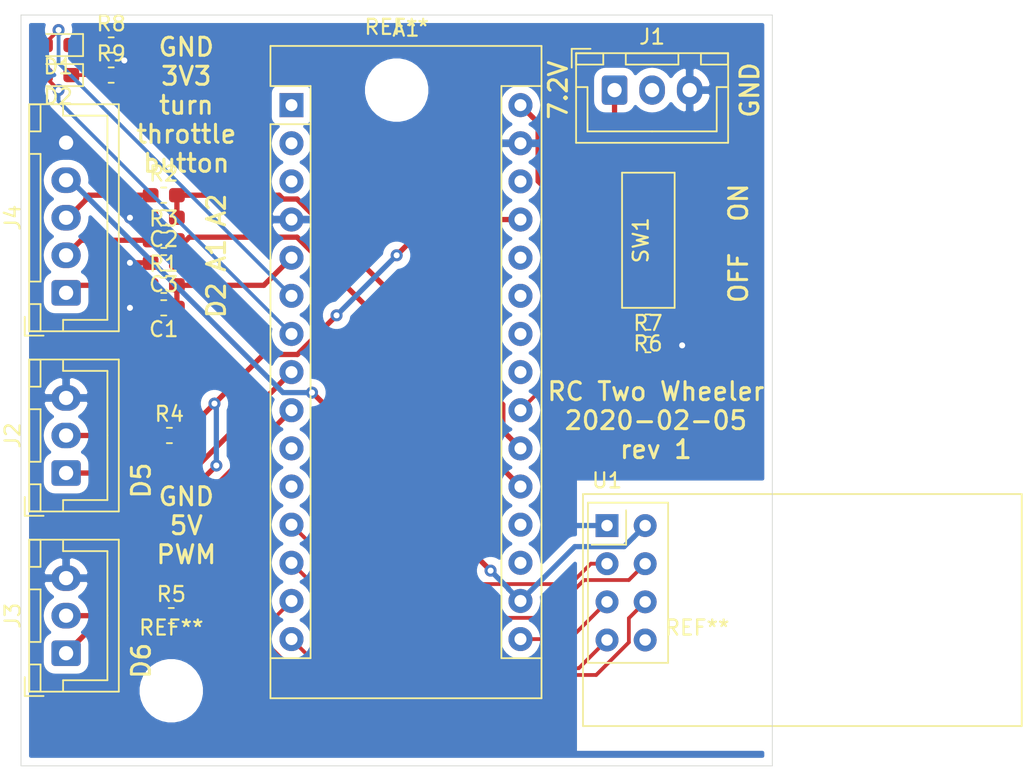
<source format=kicad_pcb>
(kicad_pcb (version 20171130) (host pcbnew "(5.1.4)-1")

  (general
    (thickness 1.6)
    (drawings 16)
    (tracks 137)
    (zones 0)
    (modules 24)
    (nets 41)
  )

  (page A4)
  (layers
    (0 F.Cu signal)
    (31 B.Cu signal)
    (32 B.Adhes user)
    (33 F.Adhes user)
    (34 B.Paste user)
    (35 F.Paste user)
    (36 B.SilkS user)
    (37 F.SilkS user)
    (38 B.Mask user)
    (39 F.Mask user)
    (40 Dwgs.User user)
    (41 Cmts.User user)
    (42 Eco1.User user)
    (43 Eco2.User user)
    (44 Edge.Cuts user)
    (45 Margin user)
    (46 B.CrtYd user)
    (47 F.CrtYd user)
    (48 B.Fab user)
    (49 F.Fab user)
  )

  (setup
    (last_trace_width 0.35)
    (user_trace_width 0.35)
    (trace_clearance 0.2)
    (zone_clearance 0.508)
    (zone_45_only no)
    (trace_min 0.2)
    (via_size 0.8)
    (via_drill 0.4)
    (via_min_size 0.4)
    (via_min_drill 0.3)
    (uvia_size 0.3)
    (uvia_drill 0.1)
    (uvias_allowed no)
    (uvia_min_size 0.2)
    (uvia_min_drill 0.1)
    (edge_width 0.05)
    (segment_width 0.2)
    (pcb_text_width 0.3)
    (pcb_text_size 1.5 1.5)
    (mod_edge_width 0.12)
    (mod_text_size 1 1)
    (mod_text_width 0.15)
    (pad_size 1.7 1.95)
    (pad_drill 0.95)
    (pad_to_mask_clearance 0.051)
    (solder_mask_min_width 0.25)
    (aux_axis_origin 0 0)
    (visible_elements 7FFFFFFF)
    (pcbplotparams
      (layerselection 0x010fc_ffffffff)
      (usegerberextensions false)
      (usegerberattributes false)
      (usegerberadvancedattributes false)
      (creategerberjobfile false)
      (excludeedgelayer true)
      (linewidth 0.100000)
      (plotframeref false)
      (viasonmask false)
      (mode 1)
      (useauxorigin false)
      (hpglpennumber 1)
      (hpglpenspeed 20)
      (hpglpendiameter 15.000000)
      (psnegative false)
      (psa4output false)
      (plotreference true)
      (plotvalue true)
      (plotinvisibletext false)
      (padsonsilk false)
      (subtractmaskfromsilk false)
      (outputformat 1)
      (mirror false)
      (drillshape 1)
      (scaleselection 1)
      (outputdirectory ""))
  )

  (net 0 "")
  (net 1 "Net-(A1-Pad1)")
  (net 2 +3V3)
  (net 3 "Net-(A1-Pad2)")
  (net 4 "Net-(A1-Pad18)")
  (net 5 "Net-(A1-Pad3)")
  (net 6 "Net-(A1-Pad19)")
  (net 7 GND)
  (net 8 "Net-(A1-Pad20)")
  (net 9 "Net-(A1-Pad5)")
  (net 10 "Net-(A1-Pad21)")
  (net 11 "Net-(A1-Pad6)")
  (net 12 "Net-(A1-Pad7)")
  (net 13 "Net-(A1-Pad23)")
  (net 14 /lWheel)
  (net 15 "Net-(A1-Pad24)")
  (net 16 /rWheel)
  (net 17 "Net-(A1-Pad25)")
  (net 18 "Net-(A1-Pad10)")
  (net 19 "Net-(A1-Pad26)")
  (net 20 "Net-(A1-Pad11)")
  (net 21 +5V)
  (net 22 /CE)
  (net 23 "Net-(A1-Pad28)")
  (net 24 /CSN)
  (net 25 /MOSI)
  (net 26 +BATT)
  (net 27 /MISO)
  (net 28 /SCK)
  (net 29 "Net-(J1-Pad2)")
  (net 30 /buttonPin)
  (net 31 /throttlePin)
  (net 32 /turnPin)
  (net 33 "Net-(SW1-Pad3)")
  (net 34 /IRQ)
  (net 35 "Net-(J2-Pad2)")
  (net 36 "Net-(J3-Pad2)")
  (net 37 /batVoltage)
  (net 38 "Net-(D1-Pad1)")
  (net 39 "Net-(D2-Pad1)")
  (net 40 "Net-(J1-Pad1)")

  (net_class Default "This is the default net class."
    (clearance 0.2)
    (trace_width 0.25)
    (via_dia 0.8)
    (via_drill 0.4)
    (uvia_dia 0.3)
    (uvia_drill 0.1)
    (add_net +3V3)
    (add_net +5V)
    (add_net +BATT)
    (add_net /CE)
    (add_net /CSN)
    (add_net /IRQ)
    (add_net /MISO)
    (add_net /MOSI)
    (add_net /SCK)
    (add_net /batVoltage)
    (add_net /buttonPin)
    (add_net /lWheel)
    (add_net /rWheel)
    (add_net /throttlePin)
    (add_net /turnPin)
    (add_net GND)
    (add_net "Net-(A1-Pad1)")
    (add_net "Net-(A1-Pad10)")
    (add_net "Net-(A1-Pad11)")
    (add_net "Net-(A1-Pad18)")
    (add_net "Net-(A1-Pad19)")
    (add_net "Net-(A1-Pad2)")
    (add_net "Net-(A1-Pad20)")
    (add_net "Net-(A1-Pad21)")
    (add_net "Net-(A1-Pad23)")
    (add_net "Net-(A1-Pad24)")
    (add_net "Net-(A1-Pad25)")
    (add_net "Net-(A1-Pad26)")
    (add_net "Net-(A1-Pad28)")
    (add_net "Net-(A1-Pad3)")
    (add_net "Net-(A1-Pad5)")
    (add_net "Net-(A1-Pad6)")
    (add_net "Net-(A1-Pad7)")
    (add_net "Net-(D1-Pad1)")
    (add_net "Net-(D2-Pad1)")
    (add_net "Net-(J1-Pad1)")
    (add_net "Net-(J1-Pad2)")
    (add_net "Net-(J2-Pad2)")
    (add_net "Net-(J3-Pad2)")
    (add_net "Net-(SW1-Pad3)")
  )

  (module MountingHole:MountingHole_3.2mm_M3 (layer F.Cu) (tedit 56D1B4CB) (tstamp 5E40370A)
    (at 95 120)
    (descr "Mounting Hole 3.2mm, no annular, M3")
    (tags "mounting hole 3.2mm no annular m3")
    (attr virtual)
    (fp_text reference REF** (at 0 -4.2) (layer F.SilkS)
      (effects (font (size 1 1) (thickness 0.15)))
    )
    (fp_text value MountingHole_3.2mm_M3 (at 0 4.2) (layer F.Fab)
      (effects (font (size 1 1) (thickness 0.15)))
    )
    (fp_circle (center 0 0) (end 3.45 0) (layer F.CrtYd) (width 0.05))
    (fp_circle (center 0 0) (end 3.2 0) (layer Cmts.User) (width 0.15))
    (fp_text user %R (at 0.3 0) (layer F.Fab)
      (effects (font (size 1 1) (thickness 0.15)))
    )
    (pad 1 np_thru_hole circle (at 0 0) (size 3.2 3.2) (drill 3.2) (layers *.Cu *.Mask))
  )

  (module MountingHole:MountingHole_3.2mm_M3 (layer F.Cu) (tedit 56D1B4CB) (tstamp 5E4034A2)
    (at 110 80)
    (descr "Mounting Hole 3.2mm, no annular, M3")
    (tags "mounting hole 3.2mm no annular m3")
    (attr virtual)
    (fp_text reference REF** (at 0 -4.2) (layer F.SilkS)
      (effects (font (size 1 1) (thickness 0.15)))
    )
    (fp_text value MountingHole_3.2mm_M3 (at 0 4.2) (layer F.Fab)
      (effects (font (size 1 1) (thickness 0.15)))
    )
    (fp_circle (center 0 0) (end 3.45 0) (layer F.CrtYd) (width 0.05))
    (fp_circle (center 0 0) (end 3.2 0) (layer Cmts.User) (width 0.15))
    (fp_text user %R (at 0.3 0) (layer F.Fab)
      (effects (font (size 1 1) (thickness 0.15)))
    )
    (pad 1 np_thru_hole circle (at 0 0) (size 3.2 3.2) (drill 3.2) (layers *.Cu *.Mask))
  )

  (module MountingHole:MountingHole_3.2mm_M3 (layer F.Cu) (tedit 56D1B4CB) (tstamp 5E40323F)
    (at 130 120)
    (descr "Mounting Hole 3.2mm, no annular, M3")
    (tags "mounting hole 3.2mm no annular m3")
    (attr virtual)
    (fp_text reference REF** (at 0 -4.2) (layer F.SilkS)
      (effects (font (size 1 1) (thickness 0.15)))
    )
    (fp_text value MountingHole_3.2mm_M3 (at 0 4.2) (layer F.Fab)
      (effects (font (size 1 1) (thickness 0.15)))
    )
    (fp_circle (center 0 0) (end 3.45 0) (layer F.CrtYd) (width 0.05))
    (fp_circle (center 0 0) (end 3.2 0) (layer Cmts.User) (width 0.15))
    (fp_text user %R (at 0.3 0) (layer F.Fab)
      (effects (font (size 1 1) (thickness 0.15)))
    )
    (pad 1 np_thru_hole circle (at 0 0) (size 3.2 3.2) (drill 3.2) (layers *.Cu *.Mask))
  )

  (module Module:Arduino_Nano (layer F.Cu) (tedit 58ACAF70) (tstamp 5E3B7707)
    (at 103 81)
    (descr "Arduino Nano, http://www.mouser.com/pdfdocs/Gravitech_Arduino_Nano3_0.pdf")
    (tags "Arduino Nano")
    (path /5E380AF9)
    (fp_text reference A1 (at 7.62 -5.08) (layer F.SilkS)
      (effects (font (size 1 1) (thickness 0.15)))
    )
    (fp_text value Arduino_Nano_v3.x (at 8.89 19.05 90) (layer F.Fab)
      (effects (font (size 1 1) (thickness 0.15)))
    )
    (fp_text user %R (at 6.35 19.05 90) (layer F.Fab)
      (effects (font (size 1 1) (thickness 0.15)))
    )
    (fp_line (start 1.27 1.27) (end 1.27 -1.27) (layer F.SilkS) (width 0.12))
    (fp_line (start 1.27 -1.27) (end -1.4 -1.27) (layer F.SilkS) (width 0.12))
    (fp_line (start -1.4 1.27) (end -1.4 39.5) (layer F.SilkS) (width 0.12))
    (fp_line (start -1.4 -3.94) (end -1.4 -1.27) (layer F.SilkS) (width 0.12))
    (fp_line (start 13.97 -1.27) (end 16.64 -1.27) (layer F.SilkS) (width 0.12))
    (fp_line (start 13.97 -1.27) (end 13.97 36.83) (layer F.SilkS) (width 0.12))
    (fp_line (start 13.97 36.83) (end 16.64 36.83) (layer F.SilkS) (width 0.12))
    (fp_line (start 1.27 1.27) (end -1.4 1.27) (layer F.SilkS) (width 0.12))
    (fp_line (start 1.27 1.27) (end 1.27 36.83) (layer F.SilkS) (width 0.12))
    (fp_line (start 1.27 36.83) (end -1.4 36.83) (layer F.SilkS) (width 0.12))
    (fp_line (start 3.81 31.75) (end 11.43 31.75) (layer F.Fab) (width 0.1))
    (fp_line (start 11.43 31.75) (end 11.43 41.91) (layer F.Fab) (width 0.1))
    (fp_line (start 11.43 41.91) (end 3.81 41.91) (layer F.Fab) (width 0.1))
    (fp_line (start 3.81 41.91) (end 3.81 31.75) (layer F.Fab) (width 0.1))
    (fp_line (start -1.4 39.5) (end 16.64 39.5) (layer F.SilkS) (width 0.12))
    (fp_line (start 16.64 39.5) (end 16.64 -3.94) (layer F.SilkS) (width 0.12))
    (fp_line (start 16.64 -3.94) (end -1.4 -3.94) (layer F.SilkS) (width 0.12))
    (fp_line (start 16.51 39.37) (end -1.27 39.37) (layer F.Fab) (width 0.1))
    (fp_line (start -1.27 39.37) (end -1.27 -2.54) (layer F.Fab) (width 0.1))
    (fp_line (start -1.27 -2.54) (end 0 -3.81) (layer F.Fab) (width 0.1))
    (fp_line (start 0 -3.81) (end 16.51 -3.81) (layer F.Fab) (width 0.1))
    (fp_line (start 16.51 -3.81) (end 16.51 39.37) (layer F.Fab) (width 0.1))
    (fp_line (start -1.53 -4.06) (end 16.75 -4.06) (layer F.CrtYd) (width 0.05))
    (fp_line (start -1.53 -4.06) (end -1.53 42.16) (layer F.CrtYd) (width 0.05))
    (fp_line (start 16.75 42.16) (end 16.75 -4.06) (layer F.CrtYd) (width 0.05))
    (fp_line (start 16.75 42.16) (end -1.53 42.16) (layer F.CrtYd) (width 0.05))
    (pad 1 thru_hole rect (at 0 0) (size 1.6 1.6) (drill 0.8) (layers *.Cu *.Mask)
      (net 1 "Net-(A1-Pad1)"))
    (pad 17 thru_hole oval (at 15.24 33.02) (size 1.6 1.6) (drill 0.8) (layers *.Cu *.Mask)
      (net 2 +3V3))
    (pad 2 thru_hole oval (at 0 2.54) (size 1.6 1.6) (drill 0.8) (layers *.Cu *.Mask)
      (net 3 "Net-(A1-Pad2)"))
    (pad 18 thru_hole oval (at 15.24 30.48) (size 1.6 1.6) (drill 0.8) (layers *.Cu *.Mask)
      (net 4 "Net-(A1-Pad18)"))
    (pad 3 thru_hole oval (at 0 5.08) (size 1.6 1.6) (drill 0.8) (layers *.Cu *.Mask)
      (net 5 "Net-(A1-Pad3)"))
    (pad 19 thru_hole oval (at 15.24 27.94) (size 1.6 1.6) (drill 0.8) (layers *.Cu *.Mask)
      (net 6 "Net-(A1-Pad19)"))
    (pad 4 thru_hole oval (at 0 7.62) (size 1.6 1.6) (drill 0.8) (layers *.Cu *.Mask)
      (net 7 GND))
    (pad 20 thru_hole oval (at 15.24 25.4) (size 1.6 1.6) (drill 0.8) (layers *.Cu *.Mask)
      (net 8 "Net-(A1-Pad20)"))
    (pad 5 thru_hole oval (at 0 10.16) (size 1.6 1.6) (drill 0.8) (layers *.Cu *.Mask)
      (net 9 "Net-(A1-Pad5)"))
    (pad 21 thru_hole oval (at 15.24 22.86) (size 1.6 1.6) (drill 0.8) (layers *.Cu *.Mask)
      (net 10 "Net-(A1-Pad21)"))
    (pad 6 thru_hole oval (at 0 12.7) (size 1.6 1.6) (drill 0.8) (layers *.Cu *.Mask)
      (net 11 "Net-(A1-Pad6)"))
    (pad 22 thru_hole oval (at 15.24 20.32) (size 1.6 1.6) (drill 0.8) (layers *.Cu *.Mask)
      (net 37 /batVoltage))
    (pad 7 thru_hole oval (at 0 15.24) (size 1.6 1.6) (drill 0.8) (layers *.Cu *.Mask)
      (net 12 "Net-(A1-Pad7)"))
    (pad 23 thru_hole oval (at 15.24 17.78) (size 1.6 1.6) (drill 0.8) (layers *.Cu *.Mask)
      (net 13 "Net-(A1-Pad23)"))
    (pad 8 thru_hole oval (at 0 17.78) (size 1.6 1.6) (drill 0.8) (layers *.Cu *.Mask)
      (net 14 /lWheel))
    (pad 24 thru_hole oval (at 15.24 15.24) (size 1.6 1.6) (drill 0.8) (layers *.Cu *.Mask)
      (net 15 "Net-(A1-Pad24)"))
    (pad 9 thru_hole oval (at 0 20.32) (size 1.6 1.6) (drill 0.8) (layers *.Cu *.Mask)
      (net 16 /rWheel))
    (pad 25 thru_hole oval (at 15.24 12.7) (size 1.6 1.6) (drill 0.8) (layers *.Cu *.Mask)
      (net 17 "Net-(A1-Pad25)"))
    (pad 10 thru_hole oval (at 0 22.86) (size 1.6 1.6) (drill 0.8) (layers *.Cu *.Mask)
      (net 18 "Net-(A1-Pad10)"))
    (pad 26 thru_hole oval (at 15.24 10.16) (size 1.6 1.6) (drill 0.8) (layers *.Cu *.Mask)
      (net 19 "Net-(A1-Pad26)"))
    (pad 11 thru_hole oval (at 0 25.4) (size 1.6 1.6) (drill 0.8) (layers *.Cu *.Mask)
      (net 20 "Net-(A1-Pad11)"))
    (pad 27 thru_hole oval (at 15.24 7.62) (size 1.6 1.6) (drill 0.8) (layers *.Cu *.Mask)
      (net 21 +5V))
    (pad 12 thru_hole oval (at 0 27.94) (size 1.6 1.6) (drill 0.8) (layers *.Cu *.Mask)
      (net 22 /CE))
    (pad 28 thru_hole oval (at 15.24 5.08) (size 1.6 1.6) (drill 0.8) (layers *.Cu *.Mask)
      (net 23 "Net-(A1-Pad28)"))
    (pad 13 thru_hole oval (at 0 30.48) (size 1.6 1.6) (drill 0.8) (layers *.Cu *.Mask)
      (net 24 /CSN))
    (pad 29 thru_hole oval (at 15.24 2.54) (size 1.6 1.6) (drill 0.8) (layers *.Cu *.Mask)
      (net 7 GND))
    (pad 14 thru_hole oval (at 0 33.02) (size 1.6 1.6) (drill 0.8) (layers *.Cu *.Mask)
      (net 25 /MOSI))
    (pad 30 thru_hole oval (at 15.24 0) (size 1.6 1.6) (drill 0.8) (layers *.Cu *.Mask)
      (net 26 +BATT))
    (pad 15 thru_hole oval (at 0 35.56) (size 1.6 1.6) (drill 0.8) (layers *.Cu *.Mask)
      (net 27 /MISO))
    (pad 16 thru_hole oval (at 15.24 35.56) (size 1.6 1.6) (drill 0.8) (layers *.Cu *.Mask)
      (net 28 /SCK))
    (model ${KISYS3DMOD}/Module.3dshapes/Arduino_Nano_WithMountingHoles.wrl
      (at (xyz 0 0 0))
      (scale (xyz 1 1 1))
      (rotate (xyz 0 0 0))
    )
  )

  (module Capacitor_SMD:C_0603_1608Metric_Pad1.05x0.95mm_HandSolder (layer F.Cu) (tedit 5B301BBE) (tstamp 5E3B7718)
    (at 94.5 94.5 180)
    (descr "Capacitor SMD 0603 (1608 Metric), square (rectangular) end terminal, IPC_7351 nominal with elongated pad for handsoldering. (Body size source: http://www.tortai-tech.com/upload/download/2011102023233369053.pdf), generated with kicad-footprint-generator")
    (tags "capacitor handsolder")
    (path /5E391B53)
    (attr smd)
    (fp_text reference C1 (at 0 -1.43) (layer F.SilkS)
      (effects (font (size 1 1) (thickness 0.15)))
    )
    (fp_text value C (at 0 1.43) (layer F.Fab)
      (effects (font (size 1 1) (thickness 0.15)))
    )
    (fp_line (start -0.8 0.4) (end -0.8 -0.4) (layer F.Fab) (width 0.1))
    (fp_line (start -0.8 -0.4) (end 0.8 -0.4) (layer F.Fab) (width 0.1))
    (fp_line (start 0.8 -0.4) (end 0.8 0.4) (layer F.Fab) (width 0.1))
    (fp_line (start 0.8 0.4) (end -0.8 0.4) (layer F.Fab) (width 0.1))
    (fp_line (start -0.171267 -0.51) (end 0.171267 -0.51) (layer F.SilkS) (width 0.12))
    (fp_line (start -0.171267 0.51) (end 0.171267 0.51) (layer F.SilkS) (width 0.12))
    (fp_line (start -1.65 0.73) (end -1.65 -0.73) (layer F.CrtYd) (width 0.05))
    (fp_line (start -1.65 -0.73) (end 1.65 -0.73) (layer F.CrtYd) (width 0.05))
    (fp_line (start 1.65 -0.73) (end 1.65 0.73) (layer F.CrtYd) (width 0.05))
    (fp_line (start 1.65 0.73) (end -1.65 0.73) (layer F.CrtYd) (width 0.05))
    (fp_text user %R (at 0 0) (layer F.Fab)
      (effects (font (size 0.4 0.4) (thickness 0.06)))
    )
    (pad 1 smd roundrect (at -0.875 0 180) (size 1.05 0.95) (layers F.Cu F.Paste F.Mask) (roundrect_rratio 0.25)
      (net 9 "Net-(A1-Pad5)"))
    (pad 2 smd roundrect (at 0.875 0 180) (size 1.05 0.95) (layers F.Cu F.Paste F.Mask) (roundrect_rratio 0.25)
      (net 7 GND))
    (model ${KISYS3DMOD}/Capacitor_SMD.3dshapes/C_0603_1608Metric.wrl
      (at (xyz 0 0 0))
      (scale (xyz 1 1 1))
      (rotate (xyz 0 0 0))
    )
  )

  (module Capacitor_SMD:C_0603_1608Metric_Pad1.05x0.95mm_HandSolder (layer F.Cu) (tedit 5B301BBE) (tstamp 5E3B8D69)
    (at 94.5 88.5 180)
    (descr "Capacitor SMD 0603 (1608 Metric), square (rectangular) end terminal, IPC_7351 nominal with elongated pad for handsoldering. (Body size source: http://www.tortai-tech.com/upload/download/2011102023233369053.pdf), generated with kicad-footprint-generator")
    (tags "capacitor handsolder")
    (path /5E38BA5B)
    (attr smd)
    (fp_text reference C2 (at 0 -1.43) (layer F.SilkS)
      (effects (font (size 1 1) (thickness 0.15)))
    )
    (fp_text value C (at 0 1.43) (layer F.Fab)
      (effects (font (size 1 1) (thickness 0.15)))
    )
    (fp_line (start -0.8 0.4) (end -0.8 -0.4) (layer F.Fab) (width 0.1))
    (fp_line (start -0.8 -0.4) (end 0.8 -0.4) (layer F.Fab) (width 0.1))
    (fp_line (start 0.8 -0.4) (end 0.8 0.4) (layer F.Fab) (width 0.1))
    (fp_line (start 0.8 0.4) (end -0.8 0.4) (layer F.Fab) (width 0.1))
    (fp_line (start -0.171267 -0.51) (end 0.171267 -0.51) (layer F.SilkS) (width 0.12))
    (fp_line (start -0.171267 0.51) (end 0.171267 0.51) (layer F.SilkS) (width 0.12))
    (fp_line (start -1.65 0.73) (end -1.65 -0.73) (layer F.CrtYd) (width 0.05))
    (fp_line (start -1.65 -0.73) (end 1.65 -0.73) (layer F.CrtYd) (width 0.05))
    (fp_line (start 1.65 -0.73) (end 1.65 0.73) (layer F.CrtYd) (width 0.05))
    (fp_line (start 1.65 0.73) (end -1.65 0.73) (layer F.CrtYd) (width 0.05))
    (fp_text user %R (at 0 0) (layer F.Fab)
      (effects (font (size 0.4 0.4) (thickness 0.06)))
    )
    (pad 1 smd roundrect (at -0.875 0 180) (size 1.05 0.95) (layers F.Cu F.Paste F.Mask) (roundrect_rratio 0.25)
      (net 10 "Net-(A1-Pad21)"))
    (pad 2 smd roundrect (at 0.875 0 180) (size 1.05 0.95) (layers F.Cu F.Paste F.Mask) (roundrect_rratio 0.25)
      (net 7 GND))
    (model ${KISYS3DMOD}/Capacitor_SMD.3dshapes/C_0603_1608Metric.wrl
      (at (xyz 0 0 0))
      (scale (xyz 1 1 1))
      (rotate (xyz 0 0 0))
    )
  )

  (module Capacitor_SMD:C_0603_1608Metric_Pad1.05x0.95mm_HandSolder (layer F.Cu) (tedit 5B301BBE) (tstamp 5E3B8586)
    (at 94.5 91.5 180)
    (descr "Capacitor SMD 0603 (1608 Metric), square (rectangular) end terminal, IPC_7351 nominal with elongated pad for handsoldering. (Body size source: http://www.tortai-tech.com/upload/download/2011102023233369053.pdf), generated with kicad-footprint-generator")
    (tags "capacitor handsolder")
    (path /5E38FE90)
    (attr smd)
    (fp_text reference C3 (at 0 -1.43) (layer F.SilkS)
      (effects (font (size 1 1) (thickness 0.15)))
    )
    (fp_text value C (at 0 1.43) (layer F.Fab)
      (effects (font (size 1 1) (thickness 0.15)))
    )
    (fp_text user %R (at 0 0) (layer F.Fab)
      (effects (font (size 0.4 0.4) (thickness 0.06)))
    )
    (fp_line (start 1.65 0.73) (end -1.65 0.73) (layer F.CrtYd) (width 0.05))
    (fp_line (start 1.65 -0.73) (end 1.65 0.73) (layer F.CrtYd) (width 0.05))
    (fp_line (start -1.65 -0.73) (end 1.65 -0.73) (layer F.CrtYd) (width 0.05))
    (fp_line (start -1.65 0.73) (end -1.65 -0.73) (layer F.CrtYd) (width 0.05))
    (fp_line (start -0.171267 0.51) (end 0.171267 0.51) (layer F.SilkS) (width 0.12))
    (fp_line (start -0.171267 -0.51) (end 0.171267 -0.51) (layer F.SilkS) (width 0.12))
    (fp_line (start 0.8 0.4) (end -0.8 0.4) (layer F.Fab) (width 0.1))
    (fp_line (start 0.8 -0.4) (end 0.8 0.4) (layer F.Fab) (width 0.1))
    (fp_line (start -0.8 -0.4) (end 0.8 -0.4) (layer F.Fab) (width 0.1))
    (fp_line (start -0.8 0.4) (end -0.8 -0.4) (layer F.Fab) (width 0.1))
    (pad 2 smd roundrect (at 0.875 0 180) (size 1.05 0.95) (layers F.Cu F.Paste F.Mask) (roundrect_rratio 0.25)
      (net 7 GND))
    (pad 1 smd roundrect (at -0.875 0 180) (size 1.05 0.95) (layers F.Cu F.Paste F.Mask) (roundrect_rratio 0.25)
      (net 8 "Net-(A1-Pad20)"))
    (model ${KISYS3DMOD}/Capacitor_SMD.3dshapes/C_0603_1608Metric.wrl
      (at (xyz 0 0 0))
      (scale (xyz 1 1 1))
      (rotate (xyz 0 0 0))
    )
  )

  (module Connector_JST:JST_XH_B3B-XH-A_1x03_P2.50mm_Vertical (layer F.Cu) (tedit 5C28146C) (tstamp 5E3B7764)
    (at 124.5 80)
    (descr "JST XH series connector, B3B-XH-A (http://www.jst-mfg.com/product/pdf/eng/eXH.pdf), generated with kicad-footprint-generator")
    (tags "connector JST XH vertical")
    (path /5E3839E0)
    (fp_text reference J1 (at 2.5 -3.55) (layer F.SilkS)
      (effects (font (size 1 1) (thickness 0.15)))
    )
    (fp_text value Conn_01x03_Male (at 2.5 4.6) (layer F.Fab)
      (effects (font (size 1 1) (thickness 0.15)))
    )
    (fp_text user %R (at 2.5 2.7) (layer F.Fab)
      (effects (font (size 1 1) (thickness 0.15)))
    )
    (fp_line (start -2.85 -2.75) (end -2.85 -1.5) (layer F.SilkS) (width 0.12))
    (fp_line (start -1.6 -2.75) (end -2.85 -2.75) (layer F.SilkS) (width 0.12))
    (fp_line (start 6.8 2.75) (end 2.5 2.75) (layer F.SilkS) (width 0.12))
    (fp_line (start 6.8 -0.2) (end 6.8 2.75) (layer F.SilkS) (width 0.12))
    (fp_line (start 7.55 -0.2) (end 6.8 -0.2) (layer F.SilkS) (width 0.12))
    (fp_line (start -1.8 2.75) (end 2.5 2.75) (layer F.SilkS) (width 0.12))
    (fp_line (start -1.8 -0.2) (end -1.8 2.75) (layer F.SilkS) (width 0.12))
    (fp_line (start -2.55 -0.2) (end -1.8 -0.2) (layer F.SilkS) (width 0.12))
    (fp_line (start 7.55 -2.45) (end 5.75 -2.45) (layer F.SilkS) (width 0.12))
    (fp_line (start 7.55 -1.7) (end 7.55 -2.45) (layer F.SilkS) (width 0.12))
    (fp_line (start 5.75 -1.7) (end 7.55 -1.7) (layer F.SilkS) (width 0.12))
    (fp_line (start 5.75 -2.45) (end 5.75 -1.7) (layer F.SilkS) (width 0.12))
    (fp_line (start -0.75 -2.45) (end -2.55 -2.45) (layer F.SilkS) (width 0.12))
    (fp_line (start -0.75 -1.7) (end -0.75 -2.45) (layer F.SilkS) (width 0.12))
    (fp_line (start -2.55 -1.7) (end -0.75 -1.7) (layer F.SilkS) (width 0.12))
    (fp_line (start -2.55 -2.45) (end -2.55 -1.7) (layer F.SilkS) (width 0.12))
    (fp_line (start 4.25 -2.45) (end 0.75 -2.45) (layer F.SilkS) (width 0.12))
    (fp_line (start 4.25 -1.7) (end 4.25 -2.45) (layer F.SilkS) (width 0.12))
    (fp_line (start 0.75 -1.7) (end 4.25 -1.7) (layer F.SilkS) (width 0.12))
    (fp_line (start 0.75 -2.45) (end 0.75 -1.7) (layer F.SilkS) (width 0.12))
    (fp_line (start 0 -1.35) (end 0.625 -2.35) (layer F.Fab) (width 0.1))
    (fp_line (start -0.625 -2.35) (end 0 -1.35) (layer F.Fab) (width 0.1))
    (fp_line (start 7.95 -2.85) (end -2.95 -2.85) (layer F.CrtYd) (width 0.05))
    (fp_line (start 7.95 3.9) (end 7.95 -2.85) (layer F.CrtYd) (width 0.05))
    (fp_line (start -2.95 3.9) (end 7.95 3.9) (layer F.CrtYd) (width 0.05))
    (fp_line (start -2.95 -2.85) (end -2.95 3.9) (layer F.CrtYd) (width 0.05))
    (fp_line (start 7.56 -2.46) (end -2.56 -2.46) (layer F.SilkS) (width 0.12))
    (fp_line (start 7.56 3.51) (end 7.56 -2.46) (layer F.SilkS) (width 0.12))
    (fp_line (start -2.56 3.51) (end 7.56 3.51) (layer F.SilkS) (width 0.12))
    (fp_line (start -2.56 -2.46) (end -2.56 3.51) (layer F.SilkS) (width 0.12))
    (fp_line (start 7.45 -2.35) (end -2.45 -2.35) (layer F.Fab) (width 0.1))
    (fp_line (start 7.45 3.4) (end 7.45 -2.35) (layer F.Fab) (width 0.1))
    (fp_line (start -2.45 3.4) (end 7.45 3.4) (layer F.Fab) (width 0.1))
    (fp_line (start -2.45 -2.35) (end -2.45 3.4) (layer F.Fab) (width 0.1))
    (pad 3 thru_hole oval (at 5 0) (size 1.7 1.95) (drill 0.95) (layers *.Cu *.Mask)
      (net 7 GND))
    (pad 2 thru_hole oval (at 2.5 0) (size 1.7 1.95) (drill 0.95) (layers *.Cu *.Mask)
      (net 29 "Net-(J1-Pad2)"))
    (pad 1 thru_hole roundrect (at 0 0) (size 1.7 1.95) (drill 0.95) (layers *.Cu *.Mask) (roundrect_rratio 0.147059)
      (net 40 "Net-(J1-Pad1)"))
    (model ${KISYS3DMOD}/Connector_JST.3dshapes/JST_XH_B3B-XH-A_1x03_P2.50mm_Vertical.wrl
      (at (xyz 0 0 0))
      (scale (xyz 1 1 1))
      (rotate (xyz 0 0 0))
    )
  )

  (module Connector_JST:JST_XH_B3B-XH-A_1x03_P2.50mm_Vertical (layer F.Cu) (tedit 5C28146C) (tstamp 5E3B778E)
    (at 88 105.5 90)
    (descr "JST XH series connector, B3B-XH-A (http://www.jst-mfg.com/product/pdf/eng/eXH.pdf), generated with kicad-footprint-generator")
    (tags "connector JST XH vertical")
    (path /5E381F46)
    (fp_text reference J2 (at 2.5 -3.55 90) (layer F.SilkS)
      (effects (font (size 1 1) (thickness 0.15)))
    )
    (fp_text value Conn_01x03_Male (at 2.5 4.6 90) (layer F.Fab)
      (effects (font (size 1 1) (thickness 0.15)))
    )
    (fp_line (start -2.45 -2.35) (end -2.45 3.4) (layer F.Fab) (width 0.1))
    (fp_line (start -2.45 3.4) (end 7.45 3.4) (layer F.Fab) (width 0.1))
    (fp_line (start 7.45 3.4) (end 7.45 -2.35) (layer F.Fab) (width 0.1))
    (fp_line (start 7.45 -2.35) (end -2.45 -2.35) (layer F.Fab) (width 0.1))
    (fp_line (start -2.56 -2.46) (end -2.56 3.51) (layer F.SilkS) (width 0.12))
    (fp_line (start -2.56 3.51) (end 7.56 3.51) (layer F.SilkS) (width 0.12))
    (fp_line (start 7.56 3.51) (end 7.56 -2.46) (layer F.SilkS) (width 0.12))
    (fp_line (start 7.56 -2.46) (end -2.56 -2.46) (layer F.SilkS) (width 0.12))
    (fp_line (start -2.95 -2.85) (end -2.95 3.9) (layer F.CrtYd) (width 0.05))
    (fp_line (start -2.95 3.9) (end 7.95 3.9) (layer F.CrtYd) (width 0.05))
    (fp_line (start 7.95 3.9) (end 7.95 -2.85) (layer F.CrtYd) (width 0.05))
    (fp_line (start 7.95 -2.85) (end -2.95 -2.85) (layer F.CrtYd) (width 0.05))
    (fp_line (start -0.625 -2.35) (end 0 -1.35) (layer F.Fab) (width 0.1))
    (fp_line (start 0 -1.35) (end 0.625 -2.35) (layer F.Fab) (width 0.1))
    (fp_line (start 0.75 -2.45) (end 0.75 -1.7) (layer F.SilkS) (width 0.12))
    (fp_line (start 0.75 -1.7) (end 4.25 -1.7) (layer F.SilkS) (width 0.12))
    (fp_line (start 4.25 -1.7) (end 4.25 -2.45) (layer F.SilkS) (width 0.12))
    (fp_line (start 4.25 -2.45) (end 0.75 -2.45) (layer F.SilkS) (width 0.12))
    (fp_line (start -2.55 -2.45) (end -2.55 -1.7) (layer F.SilkS) (width 0.12))
    (fp_line (start -2.55 -1.7) (end -0.75 -1.7) (layer F.SilkS) (width 0.12))
    (fp_line (start -0.75 -1.7) (end -0.75 -2.45) (layer F.SilkS) (width 0.12))
    (fp_line (start -0.75 -2.45) (end -2.55 -2.45) (layer F.SilkS) (width 0.12))
    (fp_line (start 5.75 -2.45) (end 5.75 -1.7) (layer F.SilkS) (width 0.12))
    (fp_line (start 5.75 -1.7) (end 7.55 -1.7) (layer F.SilkS) (width 0.12))
    (fp_line (start 7.55 -1.7) (end 7.55 -2.45) (layer F.SilkS) (width 0.12))
    (fp_line (start 7.55 -2.45) (end 5.75 -2.45) (layer F.SilkS) (width 0.12))
    (fp_line (start -2.55 -0.2) (end -1.8 -0.2) (layer F.SilkS) (width 0.12))
    (fp_line (start -1.8 -0.2) (end -1.8 2.75) (layer F.SilkS) (width 0.12))
    (fp_line (start -1.8 2.75) (end 2.5 2.75) (layer F.SilkS) (width 0.12))
    (fp_line (start 7.55 -0.2) (end 6.8 -0.2) (layer F.SilkS) (width 0.12))
    (fp_line (start 6.8 -0.2) (end 6.8 2.75) (layer F.SilkS) (width 0.12))
    (fp_line (start 6.8 2.75) (end 2.5 2.75) (layer F.SilkS) (width 0.12))
    (fp_line (start -1.6 -2.75) (end -2.85 -2.75) (layer F.SilkS) (width 0.12))
    (fp_line (start -2.85 -2.75) (end -2.85 -1.5) (layer F.SilkS) (width 0.12))
    (fp_text user %R (at 2.5 2.7 90) (layer F.Fab)
      (effects (font (size 1 1) (thickness 0.15)))
    )
    (pad 1 thru_hole roundrect (at 0 0 90) (size 1.7 1.95) (drill 0.95) (layers *.Cu *.Mask) (roundrect_rratio 0.147059)
      (net 14 /lWheel))
    (pad 2 thru_hole oval (at 2.5 0 90) (size 1.7 1.95) (drill 0.95) (layers *.Cu *.Mask)
      (net 35 "Net-(J2-Pad2)"))
    (pad 3 thru_hole oval (at 5 0 90) (size 1.7 1.95) (drill 0.95) (layers *.Cu *.Mask)
      (net 7 GND))
    (model ${KISYS3DMOD}/Connector_JST.3dshapes/JST_XH_B3B-XH-A_1x03_P2.50mm_Vertical.wrl
      (at (xyz 0 0 0))
      (scale (xyz 1 1 1))
      (rotate (xyz 0 0 0))
    )
  )

  (module Connector_JST:JST_XH_B3B-XH-A_1x03_P2.50mm_Vertical (layer F.Cu) (tedit 5C28146C) (tstamp 5E3B77B8)
    (at 88 117.5 90)
    (descr "JST XH series connector, B3B-XH-A (http://www.jst-mfg.com/product/pdf/eng/eXH.pdf), generated with kicad-footprint-generator")
    (tags "connector JST XH vertical")
    (path /5E3B58FD)
    (fp_text reference J3 (at 2.5 -3.55 90) (layer F.SilkS)
      (effects (font (size 1 1) (thickness 0.15)))
    )
    (fp_text value Conn_01x03_Male (at 2.5 4.6 90) (layer F.Fab)
      (effects (font (size 1 1) (thickness 0.15)))
    )
    (fp_line (start -2.45 -2.35) (end -2.45 3.4) (layer F.Fab) (width 0.1))
    (fp_line (start -2.45 3.4) (end 7.45 3.4) (layer F.Fab) (width 0.1))
    (fp_line (start 7.45 3.4) (end 7.45 -2.35) (layer F.Fab) (width 0.1))
    (fp_line (start 7.45 -2.35) (end -2.45 -2.35) (layer F.Fab) (width 0.1))
    (fp_line (start -2.56 -2.46) (end -2.56 3.51) (layer F.SilkS) (width 0.12))
    (fp_line (start -2.56 3.51) (end 7.56 3.51) (layer F.SilkS) (width 0.12))
    (fp_line (start 7.56 3.51) (end 7.56 -2.46) (layer F.SilkS) (width 0.12))
    (fp_line (start 7.56 -2.46) (end -2.56 -2.46) (layer F.SilkS) (width 0.12))
    (fp_line (start -2.95 -2.85) (end -2.95 3.9) (layer F.CrtYd) (width 0.05))
    (fp_line (start -2.95 3.9) (end 7.95 3.9) (layer F.CrtYd) (width 0.05))
    (fp_line (start 7.95 3.9) (end 7.95 -2.85) (layer F.CrtYd) (width 0.05))
    (fp_line (start 7.95 -2.85) (end -2.95 -2.85) (layer F.CrtYd) (width 0.05))
    (fp_line (start -0.625 -2.35) (end 0 -1.35) (layer F.Fab) (width 0.1))
    (fp_line (start 0 -1.35) (end 0.625 -2.35) (layer F.Fab) (width 0.1))
    (fp_line (start 0.75 -2.45) (end 0.75 -1.7) (layer F.SilkS) (width 0.12))
    (fp_line (start 0.75 -1.7) (end 4.25 -1.7) (layer F.SilkS) (width 0.12))
    (fp_line (start 4.25 -1.7) (end 4.25 -2.45) (layer F.SilkS) (width 0.12))
    (fp_line (start 4.25 -2.45) (end 0.75 -2.45) (layer F.SilkS) (width 0.12))
    (fp_line (start -2.55 -2.45) (end -2.55 -1.7) (layer F.SilkS) (width 0.12))
    (fp_line (start -2.55 -1.7) (end -0.75 -1.7) (layer F.SilkS) (width 0.12))
    (fp_line (start -0.75 -1.7) (end -0.75 -2.45) (layer F.SilkS) (width 0.12))
    (fp_line (start -0.75 -2.45) (end -2.55 -2.45) (layer F.SilkS) (width 0.12))
    (fp_line (start 5.75 -2.45) (end 5.75 -1.7) (layer F.SilkS) (width 0.12))
    (fp_line (start 5.75 -1.7) (end 7.55 -1.7) (layer F.SilkS) (width 0.12))
    (fp_line (start 7.55 -1.7) (end 7.55 -2.45) (layer F.SilkS) (width 0.12))
    (fp_line (start 7.55 -2.45) (end 5.75 -2.45) (layer F.SilkS) (width 0.12))
    (fp_line (start -2.55 -0.2) (end -1.8 -0.2) (layer F.SilkS) (width 0.12))
    (fp_line (start -1.8 -0.2) (end -1.8 2.75) (layer F.SilkS) (width 0.12))
    (fp_line (start -1.8 2.75) (end 2.5 2.75) (layer F.SilkS) (width 0.12))
    (fp_line (start 7.55 -0.2) (end 6.8 -0.2) (layer F.SilkS) (width 0.12))
    (fp_line (start 6.8 -0.2) (end 6.8 2.75) (layer F.SilkS) (width 0.12))
    (fp_line (start 6.8 2.75) (end 2.5 2.75) (layer F.SilkS) (width 0.12))
    (fp_line (start -1.6 -2.75) (end -2.85 -2.75) (layer F.SilkS) (width 0.12))
    (fp_line (start -2.85 -2.75) (end -2.85 -1.5) (layer F.SilkS) (width 0.12))
    (fp_text user %R (at 2.5 2.7 90) (layer F.Fab)
      (effects (font (size 1 1) (thickness 0.15)))
    )
    (pad 1 thru_hole roundrect (at 0 0 90) (size 1.7 1.95) (drill 0.95) (layers *.Cu *.Mask) (roundrect_rratio 0.147059)
      (net 16 /rWheel))
    (pad 2 thru_hole oval (at 2.5 0 90) (size 1.7 1.95) (drill 0.95) (layers *.Cu *.Mask)
      (net 36 "Net-(J3-Pad2)"))
    (pad 3 thru_hole oval (at 5 0 90) (size 1.7 1.95) (drill 0.95) (layers *.Cu *.Mask)
      (net 7 GND))
    (model ${KISYS3DMOD}/Connector_JST.3dshapes/JST_XH_B3B-XH-A_1x03_P2.50mm_Vertical.wrl
      (at (xyz 0 0 0))
      (scale (xyz 1 1 1))
      (rotate (xyz 0 0 0))
    )
  )

  (module Connector_JST:JST_XH_B5B-XH-A_1x05_P2.50mm_Vertical (layer F.Cu) (tedit 5E402196) (tstamp 5E3B77E4)
    (at 88 93.5 90)
    (descr "JST XH series connector, B5B-XH-A (http://www.jst-mfg.com/product/pdf/eng/eXH.pdf), generated with kicad-footprint-generator")
    (tags "connector JST XH vertical")
    (path /5E3830E3)
    (fp_text reference J4 (at 5 -3.55 90) (layer F.SilkS)
      (effects (font (size 1 1) (thickness 0.15)))
    )
    (fp_text value Conn_01x05_Male (at 5 4.6 90) (layer F.Fab)
      (effects (font (size 1 1) (thickness 0.15)))
    )
    (fp_line (start -2.45 -2.35) (end -2.45 3.4) (layer F.Fab) (width 0.1))
    (fp_line (start -2.45 3.4) (end 12.45 3.4) (layer F.Fab) (width 0.1))
    (fp_line (start 12.45 3.4) (end 12.45 -2.35) (layer F.Fab) (width 0.1))
    (fp_line (start 12.45 -2.35) (end -2.45 -2.35) (layer F.Fab) (width 0.1))
    (fp_line (start -2.56 -2.46) (end -2.56 3.51) (layer F.SilkS) (width 0.12))
    (fp_line (start -2.56 3.51) (end 12.56 3.51) (layer F.SilkS) (width 0.12))
    (fp_line (start 12.56 3.51) (end 12.56 -2.46) (layer F.SilkS) (width 0.12))
    (fp_line (start 12.56 -2.46) (end -2.56 -2.46) (layer F.SilkS) (width 0.12))
    (fp_line (start -2.95 -2.85) (end -2.95 3.9) (layer F.CrtYd) (width 0.05))
    (fp_line (start -2.95 3.9) (end 12.95 3.9) (layer F.CrtYd) (width 0.05))
    (fp_line (start 12.95 3.9) (end 12.95 -2.85) (layer F.CrtYd) (width 0.05))
    (fp_line (start 12.95 -2.85) (end -2.95 -2.85) (layer F.CrtYd) (width 0.05))
    (fp_line (start -0.625 -2.35) (end 0 -1.35) (layer F.Fab) (width 0.1))
    (fp_line (start 0 -1.35) (end 0.625 -2.35) (layer F.Fab) (width 0.1))
    (fp_line (start 0.75 -2.45) (end 0.75 -1.7) (layer F.SilkS) (width 0.12))
    (fp_line (start 0.75 -1.7) (end 9.25 -1.7) (layer F.SilkS) (width 0.12))
    (fp_line (start 9.25 -1.7) (end 9.25 -2.45) (layer F.SilkS) (width 0.12))
    (fp_line (start 9.25 -2.45) (end 0.75 -2.45) (layer F.SilkS) (width 0.12))
    (fp_line (start -2.55 -2.45) (end -2.55 -1.7) (layer F.SilkS) (width 0.12))
    (fp_line (start -2.55 -1.7) (end -0.75 -1.7) (layer F.SilkS) (width 0.12))
    (fp_line (start -0.75 -1.7) (end -0.75 -2.45) (layer F.SilkS) (width 0.12))
    (fp_line (start -0.75 -2.45) (end -2.55 -2.45) (layer F.SilkS) (width 0.12))
    (fp_line (start 10.75 -2.45) (end 10.75 -1.7) (layer F.SilkS) (width 0.12))
    (fp_line (start 10.75 -1.7) (end 12.55 -1.7) (layer F.SilkS) (width 0.12))
    (fp_line (start 12.55 -1.7) (end 12.55 -2.45) (layer F.SilkS) (width 0.12))
    (fp_line (start 12.55 -2.45) (end 10.75 -2.45) (layer F.SilkS) (width 0.12))
    (fp_line (start -2.55 -0.2) (end -1.8 -0.2) (layer F.SilkS) (width 0.12))
    (fp_line (start -1.8 -0.2) (end -1.8 2.75) (layer F.SilkS) (width 0.12))
    (fp_line (start -1.8 2.75) (end 5 2.75) (layer F.SilkS) (width 0.12))
    (fp_line (start 12.55 -0.2) (end 11.8 -0.2) (layer F.SilkS) (width 0.12))
    (fp_line (start 11.8 -0.2) (end 11.8 2.75) (layer F.SilkS) (width 0.12))
    (fp_line (start 11.8 2.75) (end 5 2.75) (layer F.SilkS) (width 0.12))
    (fp_line (start -1.6 -2.75) (end -2.85 -2.75) (layer F.SilkS) (width 0.12))
    (fp_line (start -2.85 -2.75) (end -2.85 -1.5) (layer F.SilkS) (width 0.12))
    (fp_text user %R (at 5 2.7 90) (layer F.Fab)
      (effects (font (size 1 1) (thickness 0.15)))
    )
    (pad 1 thru_hole roundrect (at 0 0 90) (size 1.7 1.95) (drill 0.95) (layers *.Cu *.Mask) (roundrect_rratio 0.147059)
      (net 30 /buttonPin))
    (pad 2 thru_hole oval (at 2.5 0 90) (size 1.7 1.95) (drill 0.95) (layers *.Cu *.Mask)
      (net 31 /throttlePin))
    (pad 3 thru_hole oval (at 5 0 90) (size 1.7 1.95) (drill 0.95) (layers *.Cu *.Mask)
      (net 32 /turnPin))
    (pad 4 thru_hole oval (at 7.5 0 90) (size 1.7 1.95) (drill 0.95) (layers *.Cu *.Mask)
      (net 2 +3V3))
    (pad 5 thru_hole oval (at 10 0 90) (size 1.7 1.95) (drill 0.95) (layers *.Cu *.Mask)
      (net 7 GND) (zone_connect 2))
    (model ${KISYS3DMOD}/Connector_JST.3dshapes/JST_XH_B5B-XH-A_1x05_P2.50mm_Vertical.wrl
      (at (xyz 0 0 0))
      (scale (xyz 1 1 1))
      (rotate (xyz 0 0 0))
    )
  )

  (module Resistor_SMD:R_0603_1608Metric_Pad1.05x0.95mm_HandSolder (layer F.Cu) (tedit 5B301BBD) (tstamp 5E3B8698)
    (at 94.5 93)
    (descr "Resistor SMD 0603 (1608 Metric), square (rectangular) end terminal, IPC_7351 nominal with elongated pad for handsoldering. (Body size source: http://www.tortai-tech.com/upload/download/2011102023233369053.pdf), generated with kicad-footprint-generator")
    (tags "resistor handsolder")
    (path /5E391B59)
    (attr smd)
    (fp_text reference R1 (at 0 -1.43) (layer F.SilkS)
      (effects (font (size 1 1) (thickness 0.15)))
    )
    (fp_text value R (at 0 1.43) (layer F.Fab)
      (effects (font (size 1 1) (thickness 0.15)))
    )
    (fp_line (start -0.8 0.4) (end -0.8 -0.4) (layer F.Fab) (width 0.1))
    (fp_line (start -0.8 -0.4) (end 0.8 -0.4) (layer F.Fab) (width 0.1))
    (fp_line (start 0.8 -0.4) (end 0.8 0.4) (layer F.Fab) (width 0.1))
    (fp_line (start 0.8 0.4) (end -0.8 0.4) (layer F.Fab) (width 0.1))
    (fp_line (start -0.171267 -0.51) (end 0.171267 -0.51) (layer F.SilkS) (width 0.12))
    (fp_line (start -0.171267 0.51) (end 0.171267 0.51) (layer F.SilkS) (width 0.12))
    (fp_line (start -1.65 0.73) (end -1.65 -0.73) (layer F.CrtYd) (width 0.05))
    (fp_line (start -1.65 -0.73) (end 1.65 -0.73) (layer F.CrtYd) (width 0.05))
    (fp_line (start 1.65 -0.73) (end 1.65 0.73) (layer F.CrtYd) (width 0.05))
    (fp_line (start 1.65 0.73) (end -1.65 0.73) (layer F.CrtYd) (width 0.05))
    (fp_text user %R (at 0 0) (layer F.Fab)
      (effects (font (size 0.4 0.4) (thickness 0.06)))
    )
    (pad 1 smd roundrect (at -0.875 0) (size 1.05 0.95) (layers F.Cu F.Paste F.Mask) (roundrect_rratio 0.25)
      (net 30 /buttonPin))
    (pad 2 smd roundrect (at 0.875 0) (size 1.05 0.95) (layers F.Cu F.Paste F.Mask) (roundrect_rratio 0.25)
      (net 9 "Net-(A1-Pad5)"))
    (model ${KISYS3DMOD}/Resistor_SMD.3dshapes/R_0603_1608Metric.wrl
      (at (xyz 0 0 0))
      (scale (xyz 1 1 1))
      (rotate (xyz 0 0 0))
    )
  )

  (module Resistor_SMD:R_0603_1608Metric_Pad1.05x0.95mm_HandSolder (layer F.Cu) (tedit 5B301BBD) (tstamp 5E3B8D39)
    (at 94.5 87)
    (descr "Resistor SMD 0603 (1608 Metric), square (rectangular) end terminal, IPC_7351 nominal with elongated pad for handsoldering. (Body size source: http://www.tortai-tech.com/upload/download/2011102023233369053.pdf), generated with kicad-footprint-generator")
    (tags "resistor handsolder")
    (path /5E392F04)
    (attr smd)
    (fp_text reference R2 (at 0 -1.43) (layer F.SilkS)
      (effects (font (size 1 1) (thickness 0.15)))
    )
    (fp_text value R (at 0 1.43) (layer F.Fab)
      (effects (font (size 1 1) (thickness 0.15)))
    )
    (fp_line (start -0.8 0.4) (end -0.8 -0.4) (layer F.Fab) (width 0.1))
    (fp_line (start -0.8 -0.4) (end 0.8 -0.4) (layer F.Fab) (width 0.1))
    (fp_line (start 0.8 -0.4) (end 0.8 0.4) (layer F.Fab) (width 0.1))
    (fp_line (start 0.8 0.4) (end -0.8 0.4) (layer F.Fab) (width 0.1))
    (fp_line (start -0.171267 -0.51) (end 0.171267 -0.51) (layer F.SilkS) (width 0.12))
    (fp_line (start -0.171267 0.51) (end 0.171267 0.51) (layer F.SilkS) (width 0.12))
    (fp_line (start -1.65 0.73) (end -1.65 -0.73) (layer F.CrtYd) (width 0.05))
    (fp_line (start -1.65 -0.73) (end 1.65 -0.73) (layer F.CrtYd) (width 0.05))
    (fp_line (start 1.65 -0.73) (end 1.65 0.73) (layer F.CrtYd) (width 0.05))
    (fp_line (start 1.65 0.73) (end -1.65 0.73) (layer F.CrtYd) (width 0.05))
    (fp_text user %R (at 0 0) (layer F.Fab)
      (effects (font (size 0.4 0.4) (thickness 0.06)))
    )
    (pad 1 smd roundrect (at -0.875 0) (size 1.05 0.95) (layers F.Cu F.Paste F.Mask) (roundrect_rratio 0.25)
      (net 32 /turnPin))
    (pad 2 smd roundrect (at 0.875 0) (size 1.05 0.95) (layers F.Cu F.Paste F.Mask) (roundrect_rratio 0.25)
      (net 10 "Net-(A1-Pad21)"))
    (model ${KISYS3DMOD}/Resistor_SMD.3dshapes/R_0603_1608Metric.wrl
      (at (xyz 0 0 0))
      (scale (xyz 1 1 1))
      (rotate (xyz 0 0 0))
    )
  )

  (module Resistor_SMD:R_0603_1608Metric_Pad1.05x0.95mm_HandSolder (layer F.Cu) (tedit 5B301BBD) (tstamp 5E3B7817)
    (at 94.5 90)
    (descr "Resistor SMD 0603 (1608 Metric), square (rectangular) end terminal, IPC_7351 nominal with elongated pad for handsoldering. (Body size source: http://www.tortai-tech.com/upload/download/2011102023233369053.pdf), generated with kicad-footprint-generator")
    (tags "resistor handsolder")
    (path /5E3926D3)
    (attr smd)
    (fp_text reference R3 (at 0 -1.43) (layer F.SilkS)
      (effects (font (size 1 1) (thickness 0.15)))
    )
    (fp_text value R (at 0 1.43) (layer F.Fab)
      (effects (font (size 1 1) (thickness 0.15)))
    )
    (fp_text user %R (at 0 0) (layer F.Fab)
      (effects (font (size 0.4 0.4) (thickness 0.06)))
    )
    (fp_line (start 1.65 0.73) (end -1.65 0.73) (layer F.CrtYd) (width 0.05))
    (fp_line (start 1.65 -0.73) (end 1.65 0.73) (layer F.CrtYd) (width 0.05))
    (fp_line (start -1.65 -0.73) (end 1.65 -0.73) (layer F.CrtYd) (width 0.05))
    (fp_line (start -1.65 0.73) (end -1.65 -0.73) (layer F.CrtYd) (width 0.05))
    (fp_line (start -0.171267 0.51) (end 0.171267 0.51) (layer F.SilkS) (width 0.12))
    (fp_line (start -0.171267 -0.51) (end 0.171267 -0.51) (layer F.SilkS) (width 0.12))
    (fp_line (start 0.8 0.4) (end -0.8 0.4) (layer F.Fab) (width 0.1))
    (fp_line (start 0.8 -0.4) (end 0.8 0.4) (layer F.Fab) (width 0.1))
    (fp_line (start -0.8 -0.4) (end 0.8 -0.4) (layer F.Fab) (width 0.1))
    (fp_line (start -0.8 0.4) (end -0.8 -0.4) (layer F.Fab) (width 0.1))
    (pad 2 smd roundrect (at 0.875 0) (size 1.05 0.95) (layers F.Cu F.Paste F.Mask) (roundrect_rratio 0.25)
      (net 8 "Net-(A1-Pad20)"))
    (pad 1 smd roundrect (at -0.875 0) (size 1.05 0.95) (layers F.Cu F.Paste F.Mask) (roundrect_rratio 0.25)
      (net 31 /throttlePin))
    (model ${KISYS3DMOD}/Resistor_SMD.3dshapes/R_0603_1608Metric.wrl
      (at (xyz 0 0 0))
      (scale (xyz 1 1 1))
      (rotate (xyz 0 0 0))
    )
  )

  (module PrivateLib:JS202011SCQN (layer F.Cu) (tedit 5E3B1F67) (tstamp 5E3B7825)
    (at 126.75 90 270)
    (descr https://dznh3ojzb2azq.cloudfront.net/products/Slide/JS/documents/datasheet.pdf)
    (path /5E3B6C9B)
    (fp_text reference SW1 (at 0 0.5 90) (layer F.SilkS)
      (effects (font (size 1 1) (thickness 0.15)))
    )
    (fp_text value SW_DPDT_x2 (at 0 -0.5 90) (layer F.Fab)
      (effects (font (size 1 1) (thickness 0.15)))
    )
    (fp_line (start 4.5 -1.75) (end 4.5 1.75) (layer F.SilkS) (width 0.12))
    (fp_line (start 4.5 1.75) (end -4.5 1.75) (layer F.SilkS) (width 0.12))
    (fp_line (start -4.5 1.75) (end -4.5 -1.75) (layer F.SilkS) (width 0.12))
    (fp_line (start -4.5 -1.75) (end 4.5 -1.75) (layer F.SilkS) (width 0.12))
    (pad 2 smd rect (at 0 -2.75 270) (size 1.2 2.5) (layers F.Cu F.Paste F.Mask)
      (net 26 +BATT))
    (pad 2 smd rect (at 0 2.75 270) (size 1.2 2.5) (layers F.Cu F.Paste F.Mask)
      (net 26 +BATT))
    (pad 1 smd rect (at -2.5 2.75 270) (size 1.2 2.5) (layers F.Cu F.Paste F.Mask)
      (net 40 "Net-(J1-Pad1)"))
    (pad 1 smd rect (at -2.5 -2.75 270) (size 1.2 2.5) (layers F.Cu F.Paste F.Mask)
      (net 40 "Net-(J1-Pad1)"))
    (pad 3 smd rect (at 2.5 -2.75 270) (size 1.2 2.5) (layers F.Cu F.Paste F.Mask)
      (net 33 "Net-(SW1-Pad3)"))
    (pad 3 smd rect (at 2.5 2.75 270) (size 1.2 2.5) (layers F.Cu F.Paste F.Mask)
      (net 33 "Net-(SW1-Pad3)"))
    (model C:/kicadlib/Component_Libraries/Footprint_Libraries/PrivateLib.3dshapes/JS202011SCQN.stp
      (at (xyz 0 0 0))
      (scale (xyz 1 1 1))
      (rotate (xyz -90 0 0))
    )
  )

  (module RF_Module:nRF24L01_Breakout (layer F.Cu) (tedit 5A056C61) (tstamp 5E3B784F)
    (at 124 109)
    (descr "nRF24L01 breakout board")
    (tags "nRF24L01 adapter breakout")
    (path /5E387CF6)
    (fp_text reference U1 (at 0 -3) (layer F.SilkS)
      (effects (font (size 1 1) (thickness 0.15)))
    )
    (fp_text value NRF24L01_Breakout (at 13 5) (layer F.Fab)
      (effects (font (size 1 1) (thickness 0.15)))
    )
    (fp_line (start -1.5 -2) (end 27.5 -2) (layer F.Fab) (width 0.1))
    (fp_line (start 27.5 -2) (end 27.5 13.25) (layer F.Fab) (width 0.1))
    (fp_line (start 27.5 13.25) (end -1.5 13.25) (layer F.Fab) (width 0.1))
    (fp_line (start -1.5 13.25) (end -1.5 -2) (layer F.Fab) (width 0.1))
    (fp_line (start -1.5 -2) (end -1.5 -2) (layer F.Fab) (width 0.1))
    (fp_line (start -1.27 -1.27) (end 3.81 -1.27) (layer F.Fab) (width 0.1))
    (fp_line (start 3.81 -1.27) (end 3.81 8.89) (layer F.Fab) (width 0.1))
    (fp_line (start 3.81 8.89) (end -1.27 8.89) (layer F.Fab) (width 0.1))
    (fp_line (start -1.27 8.89) (end -1.27 -1.27) (layer F.Fab) (width 0.1))
    (fp_line (start -1.27 -1.27) (end -1.27 -1.27) (layer F.Fab) (width 0.1))
    (fp_line (start -1.27 -1.524) (end 4.064 -1.524) (layer F.SilkS) (width 0.12))
    (fp_line (start 4.064 -1.524) (end 4.064 9.144) (layer F.SilkS) (width 0.12))
    (fp_line (start 4.064 9.144) (end -1.27 9.144) (layer F.SilkS) (width 0.12))
    (fp_line (start -1.27 9.144) (end -1.27 9.144) (layer F.SilkS) (width 0.12))
    (fp_line (start 1.27 -1.016) (end 1.27 1.27) (layer F.SilkS) (width 0.12))
    (fp_line (start 1.27 1.27) (end -1.016 1.27) (layer F.SilkS) (width 0.12))
    (fp_line (start -1.016 1.27) (end -1.016 1.27) (layer F.SilkS) (width 0.12))
    (fp_line (start -1.6 -2.1) (end 27.6 -2.1) (layer F.SilkS) (width 0.12))
    (fp_line (start 27.6 -2.1) (end 27.6 13.35) (layer F.SilkS) (width 0.12))
    (fp_line (start 27.6 13.35) (end -1.6 13.35) (layer F.SilkS) (width 0.12))
    (fp_line (start -1.6 13.35) (end -1.6 -2.1) (layer F.SilkS) (width 0.12))
    (fp_line (start -1.6 -2.1) (end -1.6 -2.1) (layer F.SilkS) (width 0.12))
    (fp_line (start -1.27 9.144) (end -1.27 -1.524) (layer F.SilkS) (width 0.12))
    (fp_line (start -1.27 -1.524) (end -1.27 -1.524) (layer F.SilkS) (width 0.12))
    (fp_line (start 27.75 -2.25) (end -1.75 -2.25) (layer F.CrtYd) (width 0.05))
    (fp_line (start -1.75 -2.25) (end -1.75 13.5) (layer F.CrtYd) (width 0.05))
    (fp_line (start -1.75 13.5) (end 27.75 13.5) (layer F.CrtYd) (width 0.05))
    (fp_line (start 27.75 13.5) (end 27.75 -2.25) (layer F.CrtYd) (width 0.05))
    (fp_line (start 27.75 -2.25) (end 27.75 -2.25) (layer F.CrtYd) (width 0.05))
    (fp_text user %R (at 12.5 2.5) (layer F.Fab)
      (effects (font (size 1 1) (thickness 0.15)))
    )
    (pad 1 thru_hole rect (at 0 0) (size 1.524 1.524) (drill 0.762) (layers *.Cu *.Mask)
      (net 7 GND))
    (pad 2 thru_hole circle (at 2.54 0) (size 1.524 1.524) (drill 0.762) (layers *.Cu *.Mask)
      (net 2 +3V3))
    (pad 3 thru_hole circle (at 0 2.54) (size 1.524 1.524) (drill 0.762) (layers *.Cu *.Mask)
      (net 22 /CE))
    (pad 4 thru_hole circle (at 2.54 2.54) (size 1.524 1.524) (drill 0.762) (layers *.Cu *.Mask)
      (net 24 /CSN))
    (pad 5 thru_hole circle (at 0 5.08) (size 1.524 1.524) (drill 0.762) (layers *.Cu *.Mask)
      (net 28 /SCK))
    (pad 6 thru_hole circle (at 2.54 5.08) (size 1.524 1.524) (drill 0.762) (layers *.Cu *.Mask)
      (net 25 /MOSI))
    (pad 7 thru_hole circle (at 0 7.62) (size 1.524 1.524) (drill 0.762) (layers *.Cu *.Mask)
      (net 27 /MISO))
    (pad 8 thru_hole circle (at 2.54 7.62) (size 1.524 1.524) (drill 0.762) (layers *.Cu *.Mask)
      (net 34 /IRQ))
    (model ${KISYS3DMOD}/RF_Module.3dshapes/nRF24L01_Breakout.wrl
      (at (xyz 0 0 0))
      (scale (xyz 1 1 1))
      (rotate (xyz 0 0 0))
    )
  )

  (module Resistor_SMD:R_0603_1608Metric_Pad1.05x0.95mm_HandSolder (layer F.Cu) (tedit 5B301BBD) (tstamp 5E3B9180)
    (at 94.875 103)
    (descr "Resistor SMD 0603 (1608 Metric), square (rectangular) end terminal, IPC_7351 nominal with elongated pad for handsoldering. (Body size source: http://www.tortai-tech.com/upload/download/2011102023233369053.pdf), generated with kicad-footprint-generator")
    (tags "resistor handsolder")
    (path /5E3BE98E)
    (attr smd)
    (fp_text reference R4 (at 0 -1.43) (layer F.SilkS)
      (effects (font (size 1 1) (thickness 0.15)))
    )
    (fp_text value Dummy (at 0 1.43) (layer F.Fab)
      (effects (font (size 1 1) (thickness 0.15)))
    )
    (fp_text user %R (at 0 0) (layer F.Fab)
      (effects (font (size 0.4 0.4) (thickness 0.06)))
    )
    (fp_line (start 1.65 0.73) (end -1.65 0.73) (layer F.CrtYd) (width 0.05))
    (fp_line (start 1.65 -0.73) (end 1.65 0.73) (layer F.CrtYd) (width 0.05))
    (fp_line (start -1.65 -0.73) (end 1.65 -0.73) (layer F.CrtYd) (width 0.05))
    (fp_line (start -1.65 0.73) (end -1.65 -0.73) (layer F.CrtYd) (width 0.05))
    (fp_line (start -0.171267 0.51) (end 0.171267 0.51) (layer F.SilkS) (width 0.12))
    (fp_line (start -0.171267 -0.51) (end 0.171267 -0.51) (layer F.SilkS) (width 0.12))
    (fp_line (start 0.8 0.4) (end -0.8 0.4) (layer F.Fab) (width 0.1))
    (fp_line (start 0.8 -0.4) (end 0.8 0.4) (layer F.Fab) (width 0.1))
    (fp_line (start -0.8 -0.4) (end 0.8 -0.4) (layer F.Fab) (width 0.1))
    (fp_line (start -0.8 0.4) (end -0.8 -0.4) (layer F.Fab) (width 0.1))
    (pad 2 smd roundrect (at 0.875 0) (size 1.05 0.95) (layers F.Cu F.Paste F.Mask) (roundrect_rratio 0.25)
      (net 21 +5V))
    (pad 1 smd roundrect (at -0.875 0) (size 1.05 0.95) (layers F.Cu F.Paste F.Mask) (roundrect_rratio 0.25)
      (net 35 "Net-(J2-Pad2)"))
    (model ${KISYS3DMOD}/Resistor_SMD.3dshapes/R_0603_1608Metric.wrl
      (at (xyz 0 0 0))
      (scale (xyz 1 1 1))
      (rotate (xyz 0 0 0))
    )
  )

  (module Resistor_SMD:R_0603_1608Metric_Pad1.05x0.95mm_HandSolder (layer F.Cu) (tedit 5B301BBD) (tstamp 5E3B8291)
    (at 95 115)
    (descr "Resistor SMD 0603 (1608 Metric), square (rectangular) end terminal, IPC_7351 nominal with elongated pad for handsoldering. (Body size source: http://www.tortai-tech.com/upload/download/2011102023233369053.pdf), generated with kicad-footprint-generator")
    (tags "resistor handsolder")
    (path /5E3BE105)
    (attr smd)
    (fp_text reference R5 (at 0 -1.43) (layer F.SilkS)
      (effects (font (size 1 1) (thickness 0.15)))
    )
    (fp_text value Dummy (at 0 1.43) (layer F.Fab)
      (effects (font (size 1 1) (thickness 0.15)))
    )
    (fp_line (start -0.8 0.4) (end -0.8 -0.4) (layer F.Fab) (width 0.1))
    (fp_line (start -0.8 -0.4) (end 0.8 -0.4) (layer F.Fab) (width 0.1))
    (fp_line (start 0.8 -0.4) (end 0.8 0.4) (layer F.Fab) (width 0.1))
    (fp_line (start 0.8 0.4) (end -0.8 0.4) (layer F.Fab) (width 0.1))
    (fp_line (start -0.171267 -0.51) (end 0.171267 -0.51) (layer F.SilkS) (width 0.12))
    (fp_line (start -0.171267 0.51) (end 0.171267 0.51) (layer F.SilkS) (width 0.12))
    (fp_line (start -1.65 0.73) (end -1.65 -0.73) (layer F.CrtYd) (width 0.05))
    (fp_line (start -1.65 -0.73) (end 1.65 -0.73) (layer F.CrtYd) (width 0.05))
    (fp_line (start 1.65 -0.73) (end 1.65 0.73) (layer F.CrtYd) (width 0.05))
    (fp_line (start 1.65 0.73) (end -1.65 0.73) (layer F.CrtYd) (width 0.05))
    (fp_text user %R (at 0 0) (layer F.Fab)
      (effects (font (size 0.4 0.4) (thickness 0.06)))
    )
    (pad 1 smd roundrect (at -0.875 0) (size 1.05 0.95) (layers F.Cu F.Paste F.Mask) (roundrect_rratio 0.25)
      (net 36 "Net-(J3-Pad2)"))
    (pad 2 smd roundrect (at 0.875 0) (size 1.05 0.95) (layers F.Cu F.Paste F.Mask) (roundrect_rratio 0.25)
      (net 21 +5V))
    (model ${KISYS3DMOD}/Resistor_SMD.3dshapes/R_0603_1608Metric.wrl
      (at (xyz 0 0 0))
      (scale (xyz 1 1 1))
      (rotate (xyz 0 0 0))
    )
  )

  (module Resistor_SMD:R_0603_1608Metric_Pad1.05x0.95mm_HandSolder (layer F.Cu) (tedit 5B301BBD) (tstamp 5E3BEC10)
    (at 126.725 95.45 180)
    (descr "Resistor SMD 0603 (1608 Metric), square (rectangular) end terminal, IPC_7351 nominal with elongated pad for handsoldering. (Body size source: http://www.tortai-tech.com/upload/download/2011102023233369053.pdf), generated with kicad-footprint-generator")
    (tags "resistor handsolder")
    (path /5E3BE718)
    (attr smd)
    (fp_text reference R6 (at 0 -1.43) (layer F.SilkS)
      (effects (font (size 1 1) (thickness 0.15)))
    )
    (fp_text value R (at 0 1.43) (layer F.Fab)
      (effects (font (size 1 1) (thickness 0.15)))
    )
    (fp_text user %R (at 0 0) (layer F.Fab)
      (effects (font (size 0.4 0.4) (thickness 0.06)))
    )
    (fp_line (start 1.65 0.73) (end -1.65 0.73) (layer F.CrtYd) (width 0.05))
    (fp_line (start 1.65 -0.73) (end 1.65 0.73) (layer F.CrtYd) (width 0.05))
    (fp_line (start -1.65 -0.73) (end 1.65 -0.73) (layer F.CrtYd) (width 0.05))
    (fp_line (start -1.65 0.73) (end -1.65 -0.73) (layer F.CrtYd) (width 0.05))
    (fp_line (start -0.171267 0.51) (end 0.171267 0.51) (layer F.SilkS) (width 0.12))
    (fp_line (start -0.171267 -0.51) (end 0.171267 -0.51) (layer F.SilkS) (width 0.12))
    (fp_line (start 0.8 0.4) (end -0.8 0.4) (layer F.Fab) (width 0.1))
    (fp_line (start 0.8 -0.4) (end 0.8 0.4) (layer F.Fab) (width 0.1))
    (fp_line (start -0.8 -0.4) (end 0.8 -0.4) (layer F.Fab) (width 0.1))
    (fp_line (start -0.8 0.4) (end -0.8 -0.4) (layer F.Fab) (width 0.1))
    (pad 2 smd roundrect (at 0.875 0 180) (size 1.05 0.95) (layers F.Cu F.Paste F.Mask) (roundrect_rratio 0.25)
      (net 37 /batVoltage))
    (pad 1 smd roundrect (at -0.875 0 180) (size 1.05 0.95) (layers F.Cu F.Paste F.Mask) (roundrect_rratio 0.25)
      (net 40 "Net-(J1-Pad1)"))
    (model ${KISYS3DMOD}/Resistor_SMD.3dshapes/R_0603_1608Metric.wrl
      (at (xyz 0 0 0))
      (scale (xyz 1 1 1))
      (rotate (xyz 0 0 0))
    )
  )

  (module Resistor_SMD:R_0603_1608Metric_Pad1.05x0.95mm_HandSolder (layer F.Cu) (tedit 5B301BBD) (tstamp 5E40226F)
    (at 126.725 96.95)
    (descr "Resistor SMD 0603 (1608 Metric), square (rectangular) end terminal, IPC_7351 nominal with elongated pad for handsoldering. (Body size source: http://www.tortai-tech.com/upload/download/2011102023233369053.pdf), generated with kicad-footprint-generator")
    (tags "resistor handsolder")
    (path /5E3BF09C)
    (attr smd)
    (fp_text reference R7 (at 0 -1.43) (layer F.SilkS)
      (effects (font (size 1 1) (thickness 0.15)))
    )
    (fp_text value R (at 0 1.43) (layer F.Fab)
      (effects (font (size 1 1) (thickness 0.15)))
    )
    (fp_line (start -0.8 0.4) (end -0.8 -0.4) (layer F.Fab) (width 0.1))
    (fp_line (start -0.8 -0.4) (end 0.8 -0.4) (layer F.Fab) (width 0.1))
    (fp_line (start 0.8 -0.4) (end 0.8 0.4) (layer F.Fab) (width 0.1))
    (fp_line (start 0.8 0.4) (end -0.8 0.4) (layer F.Fab) (width 0.1))
    (fp_line (start -0.171267 -0.51) (end 0.171267 -0.51) (layer F.SilkS) (width 0.12))
    (fp_line (start -0.171267 0.51) (end 0.171267 0.51) (layer F.SilkS) (width 0.12))
    (fp_line (start -1.65 0.73) (end -1.65 -0.73) (layer F.CrtYd) (width 0.05))
    (fp_line (start -1.65 -0.73) (end 1.65 -0.73) (layer F.CrtYd) (width 0.05))
    (fp_line (start 1.65 -0.73) (end 1.65 0.73) (layer F.CrtYd) (width 0.05))
    (fp_line (start 1.65 0.73) (end -1.65 0.73) (layer F.CrtYd) (width 0.05))
    (fp_text user %R (at 0 0) (layer F.Fab)
      (effects (font (size 0.4 0.4) (thickness 0.06)))
    )
    (pad 1 smd roundrect (at -0.875 0) (size 1.05 0.95) (layers F.Cu F.Paste F.Mask) (roundrect_rratio 0.25)
      (net 37 /batVoltage))
    (pad 2 smd roundrect (at 0.875 0) (size 1.05 0.95) (layers F.Cu F.Paste F.Mask) (roundrect_rratio 0.25)
      (net 7 GND))
    (model ${KISYS3DMOD}/Resistor_SMD.3dshapes/R_0603_1608Metric.wrl
      (at (xyz 0 0 0))
      (scale (xyz 1 1 1))
      (rotate (xyz 0 0 0))
    )
  )

  (module LED_SMD:LED_0603_1608Metric_Pad1.05x0.95mm_HandSolder (layer F.Cu) (tedit 5B4B45C9) (tstamp 5E401B5B)
    (at 87.470001 77 180)
    (descr "LED SMD 0603 (1608 Metric), square (rectangular) end terminal, IPC_7351 nominal, (Body size source: http://www.tortai-tech.com/upload/download/2011102023233369053.pdf), generated with kicad-footprint-generator")
    (tags "LED handsolder")
    (path /5E405FD6)
    (attr smd)
    (fp_text reference D1 (at 0 -1.43) (layer F.SilkS)
      (effects (font (size 1 1) (thickness 0.15)))
    )
    (fp_text value LED (at 0 1.43) (layer F.Fab)
      (effects (font (size 1 1) (thickness 0.15)))
    )
    (fp_line (start 0.8 -0.4) (end -0.5 -0.4) (layer F.Fab) (width 0.1))
    (fp_line (start -0.5 -0.4) (end -0.8 -0.1) (layer F.Fab) (width 0.1))
    (fp_line (start -0.8 -0.1) (end -0.8 0.4) (layer F.Fab) (width 0.1))
    (fp_line (start -0.8 0.4) (end 0.8 0.4) (layer F.Fab) (width 0.1))
    (fp_line (start 0.8 0.4) (end 0.8 -0.4) (layer F.Fab) (width 0.1))
    (fp_line (start 0.8 -0.735) (end -1.66 -0.735) (layer F.SilkS) (width 0.12))
    (fp_line (start -1.66 -0.735) (end -1.66 0.735) (layer F.SilkS) (width 0.12))
    (fp_line (start -1.66 0.735) (end 0.8 0.735) (layer F.SilkS) (width 0.12))
    (fp_line (start -1.65 0.73) (end -1.65 -0.73) (layer F.CrtYd) (width 0.05))
    (fp_line (start -1.65 -0.73) (end 1.65 -0.73) (layer F.CrtYd) (width 0.05))
    (fp_line (start 1.65 -0.73) (end 1.65 0.73) (layer F.CrtYd) (width 0.05))
    (fp_line (start 1.65 0.73) (end -1.65 0.73) (layer F.CrtYd) (width 0.05))
    (fp_text user %R (at 0 0) (layer F.Fab)
      (effects (font (size 0.4 0.4) (thickness 0.06)))
    )
    (pad 1 smd roundrect (at -0.875 0 180) (size 1.05 0.95) (layers F.Cu F.Paste F.Mask) (roundrect_rratio 0.25)
      (net 38 "Net-(D1-Pad1)"))
    (pad 2 smd roundrect (at 0.875 0 180) (size 1.05 0.95) (layers F.Cu F.Paste F.Mask) (roundrect_rratio 0.25)
      (net 11 "Net-(A1-Pad6)"))
    (model ${KISYS3DMOD}/LED_SMD.3dshapes/LED_0603_1608Metric.wrl
      (at (xyz 0 0 0))
      (scale (xyz 1 1 1))
      (rotate (xyz 0 0 0))
    )
  )

  (module LED_SMD:LED_0603_1608Metric_Pad1.05x0.95mm_HandSolder (layer F.Cu) (tedit 5B4B45C9) (tstamp 5E401B6E)
    (at 87.470001 79 180)
    (descr "LED SMD 0603 (1608 Metric), square (rectangular) end terminal, IPC_7351 nominal, (Body size source: http://www.tortai-tech.com/upload/download/2011102023233369053.pdf), generated with kicad-footprint-generator")
    (tags "LED handsolder")
    (path /5E406E4E)
    (attr smd)
    (fp_text reference D2 (at 0 -1.43) (layer F.SilkS)
      (effects (font (size 1 1) (thickness 0.15)))
    )
    (fp_text value LED (at 0 1.43) (layer F.Fab)
      (effects (font (size 1 1) (thickness 0.15)))
    )
    (fp_text user %R (at 0 0) (layer F.Fab)
      (effects (font (size 0.4 0.4) (thickness 0.06)))
    )
    (fp_line (start 1.65 0.73) (end -1.65 0.73) (layer F.CrtYd) (width 0.05))
    (fp_line (start 1.65 -0.73) (end 1.65 0.73) (layer F.CrtYd) (width 0.05))
    (fp_line (start -1.65 -0.73) (end 1.65 -0.73) (layer F.CrtYd) (width 0.05))
    (fp_line (start -1.65 0.73) (end -1.65 -0.73) (layer F.CrtYd) (width 0.05))
    (fp_line (start -1.66 0.735) (end 0.8 0.735) (layer F.SilkS) (width 0.12))
    (fp_line (start -1.66 -0.735) (end -1.66 0.735) (layer F.SilkS) (width 0.12))
    (fp_line (start 0.8 -0.735) (end -1.66 -0.735) (layer F.SilkS) (width 0.12))
    (fp_line (start 0.8 0.4) (end 0.8 -0.4) (layer F.Fab) (width 0.1))
    (fp_line (start -0.8 0.4) (end 0.8 0.4) (layer F.Fab) (width 0.1))
    (fp_line (start -0.8 -0.1) (end -0.8 0.4) (layer F.Fab) (width 0.1))
    (fp_line (start -0.5 -0.4) (end -0.8 -0.1) (layer F.Fab) (width 0.1))
    (fp_line (start 0.8 -0.4) (end -0.5 -0.4) (layer F.Fab) (width 0.1))
    (pad 2 smd roundrect (at 0.875 0 180) (size 1.05 0.95) (layers F.Cu F.Paste F.Mask) (roundrect_rratio 0.25)
      (net 12 "Net-(A1-Pad7)"))
    (pad 1 smd roundrect (at -0.875 0 180) (size 1.05 0.95) (layers F.Cu F.Paste F.Mask) (roundrect_rratio 0.25)
      (net 39 "Net-(D2-Pad1)"))
    (model ${KISYS3DMOD}/LED_SMD.3dshapes/LED_0603_1608Metric.wrl
      (at (xyz 0 0 0))
      (scale (xyz 1 1 1))
      (rotate (xyz 0 0 0))
    )
  )

  (module Resistor_SMD:R_0603_1608Metric_Pad1.05x0.95mm_HandSolder (layer F.Cu) (tedit 5B301BBD) (tstamp 5E401B7F)
    (at 91 77)
    (descr "Resistor SMD 0603 (1608 Metric), square (rectangular) end terminal, IPC_7351 nominal with elongated pad for handsoldering. (Body size source: http://www.tortai-tech.com/upload/download/2011102023233369053.pdf), generated with kicad-footprint-generator")
    (tags "resistor handsolder")
    (path /5E407D07)
    (attr smd)
    (fp_text reference R8 (at 0 -1.43) (layer F.SilkS)
      (effects (font (size 1 1) (thickness 0.15)))
    )
    (fp_text value R (at 0 1.43) (layer F.Fab)
      (effects (font (size 1 1) (thickness 0.15)))
    )
    (fp_line (start -0.8 0.4) (end -0.8 -0.4) (layer F.Fab) (width 0.1))
    (fp_line (start -0.8 -0.4) (end 0.8 -0.4) (layer F.Fab) (width 0.1))
    (fp_line (start 0.8 -0.4) (end 0.8 0.4) (layer F.Fab) (width 0.1))
    (fp_line (start 0.8 0.4) (end -0.8 0.4) (layer F.Fab) (width 0.1))
    (fp_line (start -0.171267 -0.51) (end 0.171267 -0.51) (layer F.SilkS) (width 0.12))
    (fp_line (start -0.171267 0.51) (end 0.171267 0.51) (layer F.SilkS) (width 0.12))
    (fp_line (start -1.65 0.73) (end -1.65 -0.73) (layer F.CrtYd) (width 0.05))
    (fp_line (start -1.65 -0.73) (end 1.65 -0.73) (layer F.CrtYd) (width 0.05))
    (fp_line (start 1.65 -0.73) (end 1.65 0.73) (layer F.CrtYd) (width 0.05))
    (fp_line (start 1.65 0.73) (end -1.65 0.73) (layer F.CrtYd) (width 0.05))
    (fp_text user %R (at 0 0) (layer F.Fab)
      (effects (font (size 0.4 0.4) (thickness 0.06)))
    )
    (pad 1 smd roundrect (at -0.875 0) (size 1.05 0.95) (layers F.Cu F.Paste F.Mask) (roundrect_rratio 0.25)
      (net 38 "Net-(D1-Pad1)"))
    (pad 2 smd roundrect (at 0.875 0) (size 1.05 0.95) (layers F.Cu F.Paste F.Mask) (roundrect_rratio 0.25)
      (net 7 GND))
    (model ${KISYS3DMOD}/Resistor_SMD.3dshapes/R_0603_1608Metric.wrl
      (at (xyz 0 0 0))
      (scale (xyz 1 1 1))
      (rotate (xyz 0 0 0))
    )
  )

  (module Resistor_SMD:R_0603_1608Metric_Pad1.05x0.95mm_HandSolder (layer F.Cu) (tedit 5B301BBD) (tstamp 5E401B90)
    (at 91 79)
    (descr "Resistor SMD 0603 (1608 Metric), square (rectangular) end terminal, IPC_7351 nominal with elongated pad for handsoldering. (Body size source: http://www.tortai-tech.com/upload/download/2011102023233369053.pdf), generated with kicad-footprint-generator")
    (tags "resistor handsolder")
    (path /5E407285)
    (attr smd)
    (fp_text reference R9 (at 0 -1.43) (layer F.SilkS)
      (effects (font (size 1 1) (thickness 0.15)))
    )
    (fp_text value R (at 0 1.43) (layer F.Fab)
      (effects (font (size 1 1) (thickness 0.15)))
    )
    (fp_text user %R (at 0 0) (layer F.Fab)
      (effects (font (size 0.4 0.4) (thickness 0.06)))
    )
    (fp_line (start 1.65 0.73) (end -1.65 0.73) (layer F.CrtYd) (width 0.05))
    (fp_line (start 1.65 -0.73) (end 1.65 0.73) (layer F.CrtYd) (width 0.05))
    (fp_line (start -1.65 -0.73) (end 1.65 -0.73) (layer F.CrtYd) (width 0.05))
    (fp_line (start -1.65 0.73) (end -1.65 -0.73) (layer F.CrtYd) (width 0.05))
    (fp_line (start -0.171267 0.51) (end 0.171267 0.51) (layer F.SilkS) (width 0.12))
    (fp_line (start -0.171267 -0.51) (end 0.171267 -0.51) (layer F.SilkS) (width 0.12))
    (fp_line (start 0.8 0.4) (end -0.8 0.4) (layer F.Fab) (width 0.1))
    (fp_line (start 0.8 -0.4) (end 0.8 0.4) (layer F.Fab) (width 0.1))
    (fp_line (start -0.8 -0.4) (end 0.8 -0.4) (layer F.Fab) (width 0.1))
    (fp_line (start -0.8 0.4) (end -0.8 -0.4) (layer F.Fab) (width 0.1))
    (pad 2 smd roundrect (at 0.875 0) (size 1.05 0.95) (layers F.Cu F.Paste F.Mask) (roundrect_rratio 0.25)
      (net 7 GND))
    (pad 1 smd roundrect (at -0.875 0) (size 1.05 0.95) (layers F.Cu F.Paste F.Mask) (roundrect_rratio 0.25)
      (net 39 "Net-(D2-Pad1)"))
    (model ${KISYS3DMOD}/Resistor_SMD.3dshapes/R_0603_1608Metric.wrl
      (at (xyz 0 0 0))
      (scale (xyz 1 1 1))
      (rotate (xyz 0 0 0))
    )
  )

  (gr_text 7.2V (at 120.75 80 90) (layer F.SilkS) (tstamp 5E3BA048)
    (effects (font (size 1.2 1.2) (thickness 0.2)))
  )
  (gr_text GND (at 133.5 80 90) (layer F.SilkS) (tstamp 5E3BA048)
    (effects (font (size 1.2 1.2) (thickness 0.2)))
  )
  (gr_text "RC Two Wheeler\n2020-02-05\nrev 1" (at 127.25 102) (layer F.SilkS) (tstamp 5E3BA048)
    (effects (font (size 1.2 1.2) (thickness 0.2)))
  )
  (gr_text OFF (at 132.75 92.5 90) (layer F.SilkS) (tstamp 5E3B9F4A)
    (effects (font (size 1.2 1.2) (thickness 0.2)))
  )
  (gr_text ON (at 132.75 87.5 90) (layer F.SilkS)
    (effects (font (size 1.2 1.2) (thickness 0.2)))
  )
  (gr_text A2 (at 98 88 90) (layer F.SilkS) (tstamp 5E3B9CDF)
    (effects (font (size 1.2 1.2) (thickness 0.2)))
  )
  (gr_text A1 (at 98 91 90) (layer F.SilkS) (tstamp 5E3B9CDF)
    (effects (font (size 1.2 1.2) (thickness 0.2)))
  )
  (gr_text D2 (at 98 94 90) (layer F.SilkS) (tstamp 5E3B9CDF)
    (effects (font (size 1.2 1.2) (thickness 0.2)))
  )
  (gr_text D6 (at 93 118 90) (layer F.SilkS) (tstamp 5E3B9CDF)
    (effects (font (size 1.2 1.2) (thickness 0.2)))
  )
  (gr_text D5 (at 93 106 90) (layer F.SilkS) (tstamp 5E3B9A93)
    (effects (font (size 1.2 1.2) (thickness 0.2)))
  )
  (gr_text "GND\n5V\nPWM" (at 96 109) (layer F.SilkS) (tstamp 5E3B9A93)
    (effects (font (size 1.2 1.2) (thickness 0.2)))
  )
  (gr_text "GND\n3V3\nturn\nthrottle\nbutton" (at 96 81) (layer F.SilkS)
    (effects (font (size 1.2 1.2) (thickness 0.2)))
  )
  (gr_line (start 85 125) (end 85 75) (layer Edge.Cuts) (width 0.05) (tstamp 5E3B902A))
  (gr_line (start 135 125) (end 85 125) (layer Edge.Cuts) (width 0.05))
  (gr_line (start 135 75) (end 135 125) (layer Edge.Cuts) (width 0.05))
  (gr_line (start 85 75) (end 135 75) (layer Edge.Cuts) (width 0.05))

  (segment (start 125.778001 109.761999) (end 126.54 109) (width 0.35) (layer B.Cu) (net 2))
  (segment (start 125.137001 110.402999) (end 125.778001 109.761999) (width 0.35) (layer B.Cu) (net 2))
  (segment (start 118.24 114.02) (end 121.857001 110.402999) (width 0.35) (layer B.Cu) (net 2))
  (segment (start 121.857001 110.402999) (end 125.137001 110.402999) (width 0.35) (layer B.Cu) (net 2))
  (segment (start 117.440001 113.220001) (end 118.24 114.02) (width 0.35) (layer B.Cu) (net 2))
  (segment (start 102.435999 100.144999) (end 104.364999 100.144999) (width 0.35) (layer B.Cu) (net 2))
  (segment (start 88 86) (end 88.291 86) (width 0.35) (layer B.Cu) (net 2))
  (segment (start 88.291 86) (end 102.435999 100.144999) (width 0.35) (layer B.Cu) (net 2))
  (via (at 116.25 112) (size 0.8) (drill 0.4) (layers F.Cu B.Cu) (net 2))
  (segment (start 117.440001 113.220001) (end 117.440001 113.190001) (width 0.35) (layer B.Cu) (net 2))
  (segment (start 117.440001 113.190001) (end 116.25 112) (width 0.35) (layer B.Cu) (net 2))
  (via (at 104.364999 100.144999) (size 0.8) (drill 0.4) (layers F.Cu B.Cu) (net 2))
  (segment (start 116.25 112) (end 104.394999 100.144999) (width 0.35) (layer F.Cu) (net 2))
  (segment (start 104.394999 100.144999) (end 104.364999 100.144999) (width 0.35) (layer F.Cu) (net 2))
  (via (at 92.25 88.5) (size 0.8) (drill 0.4) (layers F.Cu B.Cu) (net 7))
  (segment (start 93.625 88.5) (end 92.25 88.5) (width 0.35) (layer F.Cu) (net 7))
  (via (at 92.25 91.5) (size 0.8) (drill 0.4) (layers F.Cu B.Cu) (net 7))
  (segment (start 93.625 91.5) (end 92.25 91.5) (width 0.35) (layer F.Cu) (net 7))
  (via (at 92.25 94.5) (size 0.8) (drill 0.4) (layers F.Cu B.Cu) (net 7))
  (segment (start 93.625 94.5) (end 92.25 94.5) (width 0.35) (layer F.Cu) (net 7))
  (segment (start 124 109) (end 121.75 109) (width 0.35) (layer B.Cu) (net 7))
  (segment (start 121.75 109) (end 120.75 110) (width 0.35) (layer B.Cu) (net 7))
  (via (at 129 97) (size 0.8) (drill 0.4) (layers F.Cu B.Cu) (net 7))
  (segment (start 127.6 96.95) (end 128.95 96.95) (width 0.25) (layer F.Cu) (net 7))
  (segment (start 128.95 96.95) (end 129 97) (width 0.25) (layer F.Cu) (net 7))
  (via (at 91.875 78.025) (size 0.8) (drill 0.4) (layers F.Cu B.Cu) (net 7))
  (segment (start 91.875 78.375) (end 91.875 78.025) (width 0.25) (layer F.Cu) (net 7))
  (segment (start 91.875 78.375) (end 91.875 79) (width 0.25) (layer F.Cu) (net 7))
  (segment (start 91.875 77) (end 91.875 78.375) (width 0.25) (layer F.Cu) (net 7))
  (segment (start 95.375 90) (end 95.375 91.5) (width 0.35) (layer F.Cu) (net 8))
  (segment (start 96 90) (end 96.204999 89.795001) (width 0.35) (layer F.Cu) (net 8))
  (segment (start 95.375 90) (end 96 90) (width 0.35) (layer F.Cu) (net 8))
  (segment (start 103.374003 89.795001) (end 116.514989 102.935987) (width 0.35) (layer F.Cu) (net 8))
  (segment (start 96.204999 89.795001) (end 103.374003 89.795001) (width 0.35) (layer F.Cu) (net 8))
  (segment (start 116.514989 104.674989) (end 118.24 106.4) (width 0.35) (layer F.Cu) (net 8))
  (segment (start 116.514989 102.935987) (end 116.514989 104.674989) (width 0.35) (layer F.Cu) (net 8))
  (segment (start 95.375 93) (end 95.375 94.5) (width 0.35) (layer F.Cu) (net 9))
  (segment (start 101.16 93) (end 103 91.16) (width 0.35) (layer F.Cu) (net 9))
  (segment (start 95.375 93) (end 101.16 93) (width 0.35) (layer F.Cu) (net 9))
  (segment (start 95.375 87) (end 95.375 88.5) (width 0.35) (layer F.Cu) (net 10) (tstamp 5E3B8D8A))
  (segment (start 102.180998 87) (end 102.435999 87.255001) (width 0.35) (layer F.Cu) (net 10))
  (segment (start 95.375 87) (end 102.180998 87) (width 0.35) (layer F.Cu) (net 10))
  (segment (start 102.435999 87.255001) (end 103.374003 87.255001) (width 0.35) (layer F.Cu) (net 10))
  (segment (start 117.440001 103.060001) (end 118.24 103.86) (width 0.35) (layer F.Cu) (net 10))
  (segment (start 117.064997 102.684997) (end 117.440001 103.060001) (width 0.35) (layer F.Cu) (net 10))
  (segment (start 103.374003 87.255001) (end 117.064997 100.945995) (width 0.35) (layer F.Cu) (net 10))
  (segment (start 117.064997 100.945995) (end 117.064997 102.684997) (width 0.35) (layer F.Cu) (net 10))
  (via (at 87.5 76) (size 0.8) (drill 0.4) (layers F.Cu B.Cu) (net 11))
  (segment (start 86.595001 77) (end 86.595001 76.904999) (width 0.25) (layer F.Cu) (net 11))
  (segment (start 86.595001 76.904999) (end 87.5 76) (width 0.25) (layer F.Cu) (net 11))
  (segment (start 87.5 78.2) (end 103 93.7) (width 0.25) (layer B.Cu) (net 11))
  (segment (start 87.5 76) (end 87.5 78.2) (width 0.25) (layer B.Cu) (net 11))
  (via (at 87.5 80) (size 0.8) (drill 0.4) (layers F.Cu B.Cu) (net 12))
  (segment (start 86.595001 79) (end 86.595001 79.095001) (width 0.25) (layer F.Cu) (net 12))
  (segment (start 86.595001 79.095001) (end 87.5 80) (width 0.25) (layer F.Cu) (net 12))
  (segment (start 87.5 80.74) (end 103 96.24) (width 0.25) (layer B.Cu) (net 12))
  (segment (start 87.5 80) (end 87.5 80.74) (width 0.25) (layer B.Cu) (net 12))
  (segment (start 96.28 105.5) (end 103 98.78) (width 0.35) (layer F.Cu) (net 14))
  (segment (start 88 105.5) (end 96.28 105.5) (width 0.35) (layer F.Cu) (net 14))
  (segment (start 89.5 116) (end 88 117.5) (width 0.35) (layer F.Cu) (net 16))
  (segment (start 97 116) (end 89.5 116) (width 0.35) (layer F.Cu) (net 16))
  (segment (start 98 115) (end 97 116) (width 0.35) (layer F.Cu) (net 16))
  (segment (start 103 101.32) (end 98 106.32) (width 0.35) (layer F.Cu) (net 16))
  (segment (start 98 106.32) (end 98 115) (width 0.35) (layer F.Cu) (net 16))
  (via (at 106 95) (size 0.8) (drill 0.4) (layers F.Cu B.Cu) (net 21))
  (segment (start 103.395001 97.604999) (end 106 95) (width 0.35) (layer F.Cu) (net 21))
  (segment (start 101.145001 97.604999) (end 103.395001 97.604999) (width 0.35) (layer F.Cu) (net 21))
  (via (at 110 91) (size 0.8) (drill 0.4) (layers F.Cu B.Cu) (net 21))
  (segment (start 106 95) (end 110 91) (width 0.35) (layer B.Cu) (net 21))
  (segment (start 112.38 88.62) (end 118.24 88.62) (width 0.35) (layer F.Cu) (net 21))
  (segment (start 110 91) (end 112.38 88.62) (width 0.35) (layer F.Cu) (net 21))
  (via (at 98 105) (size 0.8) (drill 0.4) (layers F.Cu B.Cu) (net 21))
  (segment (start 95.875 115) (end 95.875 107.125) (width 0.35) (layer F.Cu) (net 21))
  (segment (start 95.875 107.125) (end 98 105) (width 0.35) (layer F.Cu) (net 21))
  (via (at 97.875 100.875) (size 0.8) (drill 0.4) (layers F.Cu B.Cu) (net 21))
  (segment (start 98 101) (end 97.875 100.875) (width 0.35) (layer B.Cu) (net 21))
  (segment (start 98 105) (end 98 101) (width 0.35) (layer B.Cu) (net 21))
  (segment (start 95.75 103) (end 97.875 100.875) (width 0.35) (layer F.Cu) (net 21))
  (segment (start 97.875 100.875) (end 101.145001 97.604999) (width 0.35) (layer F.Cu) (net 21))
  (segment (start 103.799999 109.739999) (end 103 108.94) (width 0.25) (layer F.Cu) (net 22))
  (segment (start 106.954999 112.894999) (end 103.799999 109.739999) (width 0.25) (layer F.Cu) (net 22))
  (segment (start 121.567371 112.894999) (end 106.954999 112.894999) (width 0.25) (layer F.Cu) (net 22))
  (segment (start 124 111.54) (end 122.92237 111.54) (width 0.25) (layer F.Cu) (net 22))
  (segment (start 122.92237 111.54) (end 121.567371 112.894999) (width 0.25) (layer F.Cu) (net 22))
  (segment (start 103.799999 112.279999) (end 103 111.48) (width 0.25) (layer F.Cu) (net 24))
  (segment (start 106.665001 115.145001) (end 103.799999 112.279999) (width 0.25) (layer F.Cu) (net 24))
  (segment (start 119.953779 115.145001) (end 106.665001 115.145001) (width 0.25) (layer F.Cu) (net 24))
  (segment (start 122.471779 112.627001) (end 119.953779 115.145001) (width 0.25) (layer F.Cu) (net 24))
  (segment (start 126.54 111.54) (end 125.452999 112.627001) (width 0.25) (layer F.Cu) (net 24))
  (segment (start 125.452999 112.627001) (end 122.471779 112.627001) (width 0.25) (layer F.Cu) (net 24))
  (segment (start 103.45001 118.95001) (end 101.5 117) (width 0.25) (layer F.Cu) (net 25))
  (segment (start 123.278752 118.95001) (end 103.45001 118.95001) (width 0.25) (layer F.Cu) (net 25))
  (segment (start 125.452999 116.775763) (end 123.278752 118.95001) (width 0.25) (layer F.Cu) (net 25))
  (segment (start 126.54 114.08) (end 125.452999 115.167001) (width 0.25) (layer F.Cu) (net 25))
  (segment (start 125.452999 115.167001) (end 125.452999 116.775763) (width 0.25) (layer F.Cu) (net 25))
  (segment (start 101.5 115.52) (end 103 114.02) (width 0.25) (layer F.Cu) (net 25))
  (segment (start 101.5 117) (end 101.5 115.52) (width 0.25) (layer F.Cu) (net 25))
  (segment (start 129.5 90) (end 124 90) (width 0.35) (layer F.Cu) (net 26))
  (segment (start 119.039999 81.799999) (end 118.24 81) (width 0.35) (layer F.Cu) (net 26))
  (segment (start 119.415001 82.175001) (end 119.039999 81.799999) (width 0.35) (layer F.Cu) (net 26))
  (segment (start 119.415001 86.065001) (end 119.415001 82.175001) (width 0.35) (layer F.Cu) (net 26))
  (segment (start 124 90) (end 123.35 90) (width 0.35) (layer F.Cu) (net 26))
  (segment (start 123.35 90) (end 119.415001 86.065001) (width 0.35) (layer F.Cu) (net 26))
  (segment (start 103.799999 117.359999) (end 103 116.56) (width 0.25) (layer F.Cu) (net 27))
  (segment (start 104.94 118.5) (end 103.799999 117.359999) (width 0.25) (layer F.Cu) (net 27))
  (segment (start 124 116.62) (end 122.12 118.5) (width 0.25) (layer F.Cu) (net 27))
  (segment (start 122.12 118.5) (end 104.94 118.5) (width 0.25) (layer F.Cu) (net 27))
  (segment (start 121.52 116.56) (end 124 114.08) (width 0.25) (layer F.Cu) (net 28))
  (segment (start 118.24 116.56) (end 121.52 116.56) (width 0.25) (layer F.Cu) (net 28))
  (segment (start 130.15 92.5) (end 129.5 92.5) (width 0.35) (layer F.Cu) (net 33))
  (segment (start 129.5 92.5) (end 124 92.5) (width 0.35) (layer F.Cu) (net 33))
  (segment (start 88.5 93) (end 88 93.5) (width 0.35) (layer F.Cu) (net 30))
  (segment (start 93.625 93) (end 88.5 93) (width 0.35) (layer F.Cu) (net 30))
  (segment (start 89 90) (end 88 91) (width 0.35) (layer F.Cu) (net 31))
  (segment (start 93.625 90) (end 89 90) (width 0.35) (layer F.Cu) (net 31))
  (segment (start 88.125 88.5) (end 88 88.5) (width 0.35) (layer F.Cu) (net 32))
  (segment (start 89.325 87.3) (end 88.125 88.5) (width 0.35) (layer F.Cu) (net 32))
  (segment (start 89.325 87.175) (end 89.325 87.3) (width 0.35) (layer F.Cu) (net 32))
  (segment (start 93.625 87) (end 89.5 87) (width 0.35) (layer F.Cu) (net 32))
  (segment (start 89.5 87) (end 89.325 87.175) (width 0.35) (layer F.Cu) (net 32))
  (segment (start 125.6 87.5) (end 129.5 87.5) (width 0.35) (layer F.Cu) (net 40))
  (segment (start 124 87.5) (end 125.6 87.5) (width 0.35) (layer F.Cu) (net 40))
  (segment (start 88 103) (end 94 103) (width 0.35) (layer F.Cu) (net 35))
  (segment (start 94.125 115) (end 88 115) (width 0.35) (layer F.Cu) (net 36))
  (segment (start 121.31 98.25) (end 118.24 101.32) (width 0.25) (layer F.Cu) (net 37))
  (segment (start 124.11 95.45) (end 121.31 98.25) (width 0.25) (layer F.Cu) (net 37))
  (segment (start 125.85 95.45) (end 124.11 95.45) (width 0.25) (layer F.Cu) (net 37))
  (segment (start 125.85 96.95) (end 125.85 95.45) (width 0.25) (layer F.Cu) (net 37))
  (segment (start 90.125 77) (end 88.345001 77) (width 0.25) (layer F.Cu) (net 38))
  (segment (start 88.345001 79) (end 90.125 79) (width 0.25) (layer F.Cu) (net 39))
  (segment (start 124.5 87) (end 124 87.5) (width 0.35) (layer F.Cu) (net 40))
  (segment (start 124.5 80) (end 124.5 87) (width 0.35) (layer F.Cu) (net 40))
  (segment (start 130.15 87.5) (end 129.5 87.5) (width 0.25) (layer F.Cu) (net 40))
  (segment (start 131.75 89.1) (end 130.15 87.5) (width 0.25) (layer F.Cu) (net 40))
  (segment (start 131.75 93.842501) (end 131.75 89.1) (width 0.25) (layer F.Cu) (net 40))
  (segment (start 127.6 95.45) (end 130.142501 95.45) (width 0.25) (layer F.Cu) (net 40))
  (segment (start 130.142501 95.45) (end 131.75 93.842501) (width 0.25) (layer F.Cu) (net 40))

  (zone (net 0) (net_name "") (layers F&B.Cu) (tstamp 0) (hatch edge 0.508)
    (connect_pads (clearance 0.508))
    (min_thickness 0.254)
    (keepout (tracks allowed) (vias not_allowed) (copperpour not_allowed))
    (fill (arc_segments 32) (thermal_gap 0.508) (thermal_bridge_width 0.508))
    (polygon
      (pts
        (xy 122 106) (xy 151 106) (xy 151 124) (xy 122 124)
      )
    )
  )
  (zone (net 7) (net_name GND) (layer B.Cu) (tstamp 0) (hatch edge 0.508)
    (connect_pads (clearance 0.508))
    (min_thickness 0.254)
    (fill yes (arc_segments 32) (thermal_gap 0.508) (thermal_bridge_width 0.508))
    (polygon
      (pts
        (xy 146 126) (xy 84 126) (xy 84 74) (xy 146 74)
      )
    )
    (filled_polygon
      (pts
        (xy 86.504774 75.698102) (xy 86.465 75.898061) (xy 86.465 76.101939) (xy 86.504774 76.301898) (xy 86.582795 76.490256)
        (xy 86.696063 76.659774) (xy 86.74 76.703711) (xy 86.740001 78.162668) (xy 86.736324 78.2) (xy 86.750998 78.348985)
        (xy 86.794454 78.492246) (xy 86.865026 78.624276) (xy 86.936201 78.711002) (xy 86.96 78.740001) (xy 86.988998 78.763799)
        (xy 87.224685 78.999486) (xy 87.198102 79.004774) (xy 87.009744 79.082795) (xy 86.840226 79.196063) (xy 86.696063 79.340226)
        (xy 86.582795 79.509744) (xy 86.504774 79.698102) (xy 86.465 79.898061) (xy 86.465 80.101939) (xy 86.504774 80.301898)
        (xy 86.582795 80.490256) (xy 86.696063 80.659774) (xy 86.739907 80.703618) (xy 86.736324 80.74) (xy 86.74 80.777322)
        (xy 86.74 80.777333) (xy 86.750997 80.888986) (xy 86.779317 80.982344) (xy 86.794454 81.032246) (xy 86.865026 81.164276)
        (xy 86.936201 81.251002) (xy 86.96 81.280001) (xy 86.988998 81.303799) (xy 101.599292 95.914094) (xy 101.585764 95.958691)
        (xy 101.558057 96.24) (xy 101.585764 96.521309) (xy 101.667818 96.791808) (xy 101.801068 97.041101) (xy 101.980392 97.259608)
        (xy 102.198899 97.438932) (xy 102.331858 97.51) (xy 102.198899 97.581068) (xy 101.980392 97.760392) (xy 101.801068 97.978899)
        (xy 101.667818 98.228192) (xy 101.667093 98.230581) (xy 89.600986 86.164474) (xy 89.617185 86) (xy 89.588513 85.708889)
        (xy 89.503599 85.428966) (xy 89.365706 85.170986) (xy 89.180134 84.944866) (xy 88.954014 84.759294) (xy 88.696034 84.621401)
        (xy 88.416111 84.536487) (xy 88.19795 84.515) (xy 87.80205 84.515) (xy 87.583889 84.536487) (xy 87.303966 84.621401)
        (xy 87.045986 84.759294) (xy 86.819866 84.944866) (xy 86.634294 85.170986) (xy 86.496401 85.428966) (xy 86.411487 85.708889)
        (xy 86.382815 86) (xy 86.411487 86.291111) (xy 86.496401 86.571034) (xy 86.634294 86.829014) (xy 86.819866 87.055134)
        (xy 87.045986 87.240706) (xy 87.063374 87.25) (xy 87.045986 87.259294) (xy 86.819866 87.444866) (xy 86.634294 87.670986)
        (xy 86.496401 87.928966) (xy 86.411487 88.208889) (xy 86.382815 88.5) (xy 86.411487 88.791111) (xy 86.496401 89.071034)
        (xy 86.634294 89.329014) (xy 86.819866 89.555134) (xy 87.045986 89.740706) (xy 87.063374 89.75) (xy 87.045986 89.759294)
        (xy 86.819866 89.944866) (xy 86.634294 90.170986) (xy 86.496401 90.428966) (xy 86.411487 90.708889) (xy 86.382815 91)
        (xy 86.411487 91.291111) (xy 86.496401 91.571034) (xy 86.634294 91.829014) (xy 86.819866 92.055134) (xy 86.883337 92.107223)
        (xy 86.781614 92.161595) (xy 86.647038 92.272038) (xy 86.536595 92.406614) (xy 86.454528 92.56015) (xy 86.403992 92.726746)
        (xy 86.386928 92.9) (xy 86.386928 94.1) (xy 86.403992 94.273254) (xy 86.454528 94.43985) (xy 86.536595 94.593386)
        (xy 86.647038 94.727962) (xy 86.781614 94.838405) (xy 86.93515 94.920472) (xy 87.101746 94.971008) (xy 87.275 94.988072)
        (xy 88.725 94.988072) (xy 88.898254 94.971008) (xy 89.06485 94.920472) (xy 89.218386 94.838405) (xy 89.352962 94.727962)
        (xy 89.463405 94.593386) (xy 89.545472 94.43985) (xy 89.596008 94.273254) (xy 89.613072 94.1) (xy 89.613072 92.9)
        (xy 89.596008 92.726746) (xy 89.545472 92.56015) (xy 89.463405 92.406614) (xy 89.352962 92.272038) (xy 89.218386 92.161595)
        (xy 89.116663 92.107223) (xy 89.180134 92.055134) (xy 89.365706 91.829014) (xy 89.503599 91.571034) (xy 89.588513 91.291111)
        (xy 89.617185 91) (xy 89.588513 90.708889) (xy 89.503599 90.428966) (xy 89.365706 90.170986) (xy 89.180134 89.944866)
        (xy 88.954014 89.759294) (xy 88.936626 89.75) (xy 88.954014 89.740706) (xy 89.180134 89.555134) (xy 89.365706 89.329014)
        (xy 89.503599 89.071034) (xy 89.588513 88.791111) (xy 89.617185 88.5) (xy 89.614093 88.468605) (xy 101.753458 100.607971)
        (xy 101.667818 100.768192) (xy 101.585764 101.038691) (xy 101.558057 101.32) (xy 101.585764 101.601309) (xy 101.667818 101.871808)
        (xy 101.801068 102.121101) (xy 101.980392 102.339608) (xy 102.198899 102.518932) (xy 102.331858 102.59) (xy 102.198899 102.661068)
        (xy 101.980392 102.840392) (xy 101.801068 103.058899) (xy 101.667818 103.308192) (xy 101.585764 103.578691) (xy 101.558057 103.86)
        (xy 101.585764 104.141309) (xy 101.667818 104.411808) (xy 101.801068 104.661101) (xy 101.980392 104.879608) (xy 102.198899 105.058932)
        (xy 102.331858 105.13) (xy 102.198899 105.201068) (xy 101.980392 105.380392) (xy 101.801068 105.598899) (xy 101.667818 105.848192)
        (xy 101.585764 106.118691) (xy 101.558057 106.4) (xy 101.585764 106.681309) (xy 101.667818 106.951808) (xy 101.801068 107.201101)
        (xy 101.980392 107.419608) (xy 102.198899 107.598932) (xy 102.331858 107.67) (xy 102.198899 107.741068) (xy 101.980392 107.920392)
        (xy 101.801068 108.138899) (xy 101.667818 108.388192) (xy 101.585764 108.658691) (xy 101.558057 108.94) (xy 101.585764 109.221309)
        (xy 101.667818 109.491808) (xy 101.801068 109.741101) (xy 101.980392 109.959608) (xy 102.198899 110.138932) (xy 102.331858 110.21)
        (xy 102.198899 110.281068) (xy 101.980392 110.460392) (xy 101.801068 110.678899) (xy 101.667818 110.928192) (xy 101.585764 111.198691)
        (xy 101.558057 111.48) (xy 101.585764 111.761309) (xy 101.667818 112.031808) (xy 101.801068 112.281101) (xy 101.980392 112.499608)
        (xy 102.198899 112.678932) (xy 102.331858 112.75) (xy 102.198899 112.821068) (xy 101.980392 113.000392) (xy 101.801068 113.218899)
        (xy 101.667818 113.468192) (xy 101.585764 113.738691) (xy 101.558057 114.02) (xy 101.585764 114.301309) (xy 101.667818 114.571808)
        (xy 101.801068 114.821101) (xy 101.980392 115.039608) (xy 102.198899 115.218932) (xy 102.331858 115.29) (xy 102.198899 115.361068)
        (xy 101.980392 115.540392) (xy 101.801068 115.758899) (xy 101.667818 116.008192) (xy 101.585764 116.278691) (xy 101.558057 116.56)
        (xy 101.585764 116.841309) (xy 101.667818 117.111808) (xy 101.801068 117.361101) (xy 101.980392 117.579608) (xy 102.198899 117.758932)
        (xy 102.448192 117.892182) (xy 102.718691 117.974236) (xy 102.929508 117.995) (xy 103.070492 117.995) (xy 103.281309 117.974236)
        (xy 103.551808 117.892182) (xy 103.801101 117.758932) (xy 104.019608 117.579608) (xy 104.198932 117.361101) (xy 104.332182 117.111808)
        (xy 104.414236 116.841309) (xy 104.441943 116.56) (xy 104.414236 116.278691) (xy 104.332182 116.008192) (xy 104.198932 115.758899)
        (xy 104.019608 115.540392) (xy 103.801101 115.361068) (xy 103.668142 115.29) (xy 103.801101 115.218932) (xy 104.019608 115.039608)
        (xy 104.198932 114.821101) (xy 104.332182 114.571808) (xy 104.414236 114.301309) (xy 104.441943 114.02) (xy 104.414236 113.738691)
        (xy 104.332182 113.468192) (xy 104.198932 113.218899) (xy 104.019608 113.000392) (xy 103.801101 112.821068) (xy 103.668142 112.75)
        (xy 103.801101 112.678932) (xy 104.019608 112.499608) (xy 104.198932 112.281101) (xy 104.332182 112.031808) (xy 104.414236 111.761309)
        (xy 104.441943 111.48) (xy 104.414236 111.198691) (xy 104.332182 110.928192) (xy 104.198932 110.678899) (xy 104.019608 110.460392)
        (xy 103.801101 110.281068) (xy 103.668142 110.21) (xy 103.801101 110.138932) (xy 104.019608 109.959608) (xy 104.198932 109.741101)
        (xy 104.332182 109.491808) (xy 104.414236 109.221309) (xy 104.441943 108.94) (xy 104.414236 108.658691) (xy 104.332182 108.388192)
        (xy 104.198932 108.138899) (xy 104.019608 107.920392) (xy 103.801101 107.741068) (xy 103.668142 107.67) (xy 103.801101 107.598932)
        (xy 104.019608 107.419608) (xy 104.198932 107.201101) (xy 104.332182 106.951808) (xy 104.414236 106.681309) (xy 104.441943 106.4)
        (xy 104.414236 106.118691) (xy 104.332182 105.848192) (xy 104.198932 105.598899) (xy 104.019608 105.380392) (xy 103.801101 105.201068)
        (xy 103.668142 105.13) (xy 103.801101 105.058932) (xy 104.019608 104.879608) (xy 104.198932 104.661101) (xy 104.332182 104.411808)
        (xy 104.414236 104.141309) (xy 104.441943 103.86) (xy 104.414236 103.578691) (xy 104.332182 103.308192) (xy 104.198932 103.058899)
        (xy 104.019608 102.840392) (xy 103.801101 102.661068) (xy 103.668142 102.59) (xy 103.801101 102.518932) (xy 104.019608 102.339608)
        (xy 104.198932 102.121101) (xy 104.332182 101.871808) (xy 104.414236 101.601309) (xy 104.441943 101.32) (xy 104.428154 101.179999)
        (xy 104.466938 101.179999) (xy 104.666897 101.140225) (xy 104.855255 101.062204) (xy 105.024773 100.948936) (xy 105.168936 100.804773)
        (xy 105.282204 100.635255) (xy 105.360225 100.446897) (xy 105.399999 100.246938) (xy 105.399999 100.04306) (xy 105.360225 99.843101)
        (xy 105.282204 99.654743) (xy 105.168936 99.485225) (xy 105.024773 99.341062) (xy 104.855255 99.227794) (xy 104.666897 99.149773)
        (xy 104.466938 99.109999) (xy 104.399466 99.109999) (xy 104.414236 99.061309) (xy 104.441943 98.78) (xy 104.414236 98.498691)
        (xy 104.332182 98.228192) (xy 104.198932 97.978899) (xy 104.019608 97.760392) (xy 103.801101 97.581068) (xy 103.668142 97.51)
        (xy 103.801101 97.438932) (xy 104.019608 97.259608) (xy 104.198932 97.041101) (xy 104.332182 96.791808) (xy 104.414236 96.521309)
        (xy 104.441943 96.24) (xy 104.414236 95.958691) (xy 104.332182 95.688192) (xy 104.198932 95.438899) (xy 104.019608 95.220392)
        (xy 103.801101 95.041068) (xy 103.668142 94.97) (xy 103.801101 94.898932) (xy 103.802162 94.898061) (xy 104.965 94.898061)
        (xy 104.965 95.101939) (xy 105.004774 95.301898) (xy 105.082795 95.490256) (xy 105.196063 95.659774) (xy 105.340226 95.803937)
        (xy 105.509744 95.917205) (xy 105.698102 95.995226) (xy 105.898061 96.035) (xy 106.101939 96.035) (xy 106.301898 95.995226)
        (xy 106.490256 95.917205) (xy 106.659774 95.803937) (xy 106.803937 95.659774) (xy 106.917205 95.490256) (xy 106.995226 95.301898)
        (xy 107.032871 95.112641) (xy 110.112642 92.032871) (xy 110.301898 91.995226) (xy 110.490256 91.917205) (xy 110.659774 91.803937)
        (xy 110.803937 91.659774) (xy 110.917205 91.490256) (xy 110.995226 91.301898) (xy 111.035 91.101939) (xy 111.035 90.898061)
        (xy 110.995226 90.698102) (xy 110.917205 90.509744) (xy 110.803937 90.340226) (xy 110.659774 90.196063) (xy 110.490256 90.082795)
        (xy 110.301898 90.004774) (xy 110.101939 89.965) (xy 109.898061 89.965) (xy 109.698102 90.004774) (xy 109.509744 90.082795)
        (xy 109.340226 90.196063) (xy 109.196063 90.340226) (xy 109.082795 90.509744) (xy 109.004774 90.698102) (xy 108.967129 90.887358)
        (xy 105.887359 93.967129) (xy 105.698102 94.004774) (xy 105.509744 94.082795) (xy 105.340226 94.196063) (xy 105.196063 94.340226)
        (xy 105.082795 94.509744) (xy 105.004774 94.698102) (xy 104.965 94.898061) (xy 103.802162 94.898061) (xy 104.019608 94.719608)
        (xy 104.198932 94.501101) (xy 104.332182 94.251808) (xy 104.414236 93.981309) (xy 104.441943 93.7) (xy 104.414236 93.418691)
        (xy 104.332182 93.148192) (xy 104.198932 92.898899) (xy 104.019608 92.680392) (xy 103.801101 92.501068) (xy 103.668142 92.43)
        (xy 103.801101 92.358932) (xy 104.019608 92.179608) (xy 104.198932 91.961101) (xy 104.332182 91.711808) (xy 104.414236 91.441309)
        (xy 104.441943 91.16) (xy 104.414236 90.878691) (xy 104.332182 90.608192) (xy 104.198932 90.358899) (xy 104.019608 90.140392)
        (xy 103.801101 89.961068) (xy 103.663318 89.887421) (xy 103.855131 89.772385) (xy 104.063519 89.583414) (xy 104.231037 89.35742)
        (xy 104.351246 89.103087) (xy 104.391904 88.969039) (xy 104.269915 88.747) (xy 103.127 88.747) (xy 103.127 88.767)
        (xy 102.873 88.767) (xy 102.873 88.747) (xy 101.730085 88.747) (xy 101.608096 88.969039) (xy 101.648754 89.103087)
        (xy 101.768963 89.35742) (xy 101.936481 89.583414) (xy 102.144869 89.772385) (xy 102.336682 89.887421) (xy 102.198899 89.961068)
        (xy 101.980392 90.140392) (xy 101.801068 90.358899) (xy 101.667818 90.608192) (xy 101.585764 90.878691) (xy 101.558057 91.16)
        (xy 101.560598 91.185796) (xy 93.914802 83.54) (xy 101.558057 83.54) (xy 101.585764 83.821309) (xy 101.667818 84.091808)
        (xy 101.801068 84.341101) (xy 101.980392 84.559608) (xy 102.198899 84.738932) (xy 102.331858 84.81) (xy 102.198899 84.881068)
        (xy 101.980392 85.060392) (xy 101.801068 85.278899) (xy 101.667818 85.528192) (xy 101.585764 85.798691) (xy 101.558057 86.08)
        (xy 101.585764 86.361309) (xy 101.667818 86.631808) (xy 101.801068 86.881101) (xy 101.980392 87.099608) (xy 102.198899 87.278932)
        (xy 102.336682 87.352579) (xy 102.144869 87.467615) (xy 101.936481 87.656586) (xy 101.768963 87.88258) (xy 101.648754 88.136913)
        (xy 101.608096 88.270961) (xy 101.730085 88.493) (xy 102.873 88.493) (xy 102.873 88.473) (xy 103.127 88.473)
        (xy 103.127 88.493) (xy 104.269915 88.493) (xy 104.391904 88.270961) (xy 104.351246 88.136913) (xy 104.231037 87.88258)
        (xy 104.063519 87.656586) (xy 103.855131 87.467615) (xy 103.663318 87.352579) (xy 103.801101 87.278932) (xy 104.019608 87.099608)
        (xy 104.198932 86.881101) (xy 104.332182 86.631808) (xy 104.414236 86.361309) (xy 104.441943 86.08) (xy 104.414236 85.798691)
        (xy 104.332182 85.528192) (xy 104.198932 85.278899) (xy 104.019608 85.060392) (xy 103.801101 84.881068) (xy 103.668142 84.81)
        (xy 103.801101 84.738932) (xy 104.019608 84.559608) (xy 104.198932 84.341101) (xy 104.332182 84.091808) (xy 104.414236 83.821309)
        (xy 104.441943 83.54) (xy 104.414236 83.258691) (xy 104.332182 82.988192) (xy 104.198932 82.738899) (xy 104.019608 82.520392)
        (xy 103.906518 82.427581) (xy 103.924482 82.425812) (xy 104.04418 82.389502) (xy 104.154494 82.330537) (xy 104.251185 82.251185)
        (xy 104.330537 82.154494) (xy 104.389502 82.04418) (xy 104.425812 81.924482) (xy 104.438072 81.8) (xy 104.438072 80.2)
        (xy 104.425812 80.075518) (xy 104.389502 79.95582) (xy 104.330537 79.845506) (xy 104.276673 79.779872) (xy 107.765 79.779872)
        (xy 107.765 80.220128) (xy 107.85089 80.651925) (xy 108.019369 81.058669) (xy 108.263962 81.424729) (xy 108.575271 81.736038)
        (xy 108.941331 81.980631) (xy 109.348075 82.14911) (xy 109.779872 82.235) (xy 110.220128 82.235) (xy 110.651925 82.14911)
        (xy 111.058669 81.980631) (xy 111.424729 81.736038) (xy 111.736038 81.424729) (xy 111.980631 81.058669) (xy 112.004932 81)
        (xy 116.798057 81) (xy 116.825764 81.281309) (xy 116.907818 81.551808) (xy 117.041068 81.801101) (xy 117.220392 82.019608)
        (xy 117.438899 82.198932) (xy 117.576682 82.272579) (xy 117.384869 82.387615) (xy 117.176481 82.576586) (xy 117.008963 82.80258)
        (xy 116.888754 83.056913) (xy 116.848096 83.190961) (xy 116.970085 83.413) (xy 118.113 83.413) (xy 118.113 83.393)
        (xy 118.367 83.393) (xy 118.367 83.413) (xy 119.509915 83.413) (xy 119.631904 83.190961) (xy 119.591246 83.056913)
        (xy 119.471037 82.80258) (xy 119.303519 82.576586) (xy 119.095131 82.387615) (xy 118.903318 82.272579) (xy 119.041101 82.198932)
        (xy 119.259608 82.019608) (xy 119.438932 81.801101) (xy 119.572182 81.551808) (xy 119.654236 81.281309) (xy 119.681943 81)
        (xy 119.654236 80.718691) (xy 119.572182 80.448192) (xy 119.438932 80.198899) (xy 119.259608 79.980392) (xy 119.041101 79.801068)
        (xy 118.791808 79.667818) (xy 118.521309 79.585764) (xy 118.310492 79.565) (xy 118.169508 79.565) (xy 117.958691 79.585764)
        (xy 117.688192 79.667818) (xy 117.438899 79.801068) (xy 117.220392 79.980392) (xy 117.041068 80.198899) (xy 116.907818 80.448192)
        (xy 116.825764 80.718691) (xy 116.798057 81) (xy 112.004932 81) (xy 112.14911 80.651925) (xy 112.235 80.220128)
        (xy 112.235 79.779872) (xy 112.14911 79.348075) (xy 112.118842 79.275) (xy 123.011928 79.275) (xy 123.011928 80.725)
        (xy 123.028992 80.898254) (xy 123.079528 81.06485) (xy 123.161595 81.218386) (xy 123.272038 81.352962) (xy 123.406614 81.463405)
        (xy 123.56015 81.545472) (xy 123.726746 81.596008) (xy 123.9 81.613072) (xy 125.1 81.613072) (xy 125.273254 81.596008)
        (xy 125.43985 81.545472) (xy 125.593386 81.463405) (xy 125.727962 81.352962) (xy 125.838405 81.218386) (xy 125.892777 81.116663)
        (xy 125.944866 81.180134) (xy 126.170987 81.365706) (xy 126.428967 81.503599) (xy 126.70889 81.588513) (xy 127 81.617185)
        (xy 127.291111 81.588513) (xy 127.571034 81.503599) (xy 127.829014 81.365706) (xy 128.055134 81.180134) (xy 128.240706 80.954014)
        (xy 128.254462 80.928278) (xy 128.410951 81.134429) (xy 128.628807 81.327496) (xy 128.880142 81.474352) (xy 129.14311 81.566476)
        (xy 129.373 81.445155) (xy 129.373 80.127) (xy 129.627 80.127) (xy 129.627 81.445155) (xy 129.85689 81.566476)
        (xy 130.119858 81.474352) (xy 130.371193 81.327496) (xy 130.589049 81.134429) (xy 130.765053 80.90257) (xy 130.892442 80.64083)
        (xy 130.96632 80.359267) (xy 130.826165 80.127) (xy 129.627 80.127) (xy 129.373 80.127) (xy 129.353 80.127)
        (xy 129.353 79.873) (xy 129.373 79.873) (xy 129.373 78.554845) (xy 129.627 78.554845) (xy 129.627 79.873)
        (xy 130.826165 79.873) (xy 130.96632 79.640733) (xy 130.892442 79.35917) (xy 130.765053 79.09743) (xy 130.589049 78.865571)
        (xy 130.371193 78.672504) (xy 130.119858 78.525648) (xy 129.85689 78.433524) (xy 129.627 78.554845) (xy 129.373 78.554845)
        (xy 129.14311 78.433524) (xy 128.880142 78.525648) (xy 128.628807 78.672504) (xy 128.410951 78.865571) (xy 128.254462 79.071722)
        (xy 128.240706 79.045986) (xy 128.055134 78.819866) (xy 127.829013 78.634294) (xy 127.571033 78.496401) (xy 127.29111 78.411487)
        (xy 127 78.382815) (xy 126.708889 78.411487) (xy 126.428966 78.496401) (xy 126.170986 78.634294) (xy 125.944866 78.819866)
        (xy 125.892777 78.883337) (xy 125.838405 78.781614) (xy 125.727962 78.647038) (xy 125.593386 78.536595) (xy 125.43985 78.454528)
        (xy 125.273254 78.403992) (xy 125.1 78.386928) (xy 123.9 78.386928) (xy 123.726746 78.403992) (xy 123.56015 78.454528)
        (xy 123.406614 78.536595) (xy 123.272038 78.647038) (xy 123.161595 78.781614) (xy 123.079528 78.93515) (xy 123.028992 79.101746)
        (xy 123.011928 79.275) (xy 112.118842 79.275) (xy 111.980631 78.941331) (xy 111.736038 78.575271) (xy 111.424729 78.263962)
        (xy 111.058669 78.019369) (xy 110.651925 77.85089) (xy 110.220128 77.765) (xy 109.779872 77.765) (xy 109.348075 77.85089)
        (xy 108.941331 78.019369) (xy 108.575271 78.263962) (xy 108.263962 78.575271) (xy 108.019369 78.941331) (xy 107.85089 79.348075)
        (xy 107.765 79.779872) (xy 104.276673 79.779872) (xy 104.251185 79.748815) (xy 104.154494 79.669463) (xy 104.04418 79.610498)
        (xy 103.924482 79.574188) (xy 103.8 79.561928) (xy 102.2 79.561928) (xy 102.075518 79.574188) (xy 101.95582 79.610498)
        (xy 101.845506 79.669463) (xy 101.748815 79.748815) (xy 101.669463 79.845506) (xy 101.610498 79.95582) (xy 101.574188 80.075518)
        (xy 101.561928 80.2) (xy 101.561928 81.8) (xy 101.574188 81.924482) (xy 101.610498 82.04418) (xy 101.669463 82.154494)
        (xy 101.748815 82.251185) (xy 101.845506 82.330537) (xy 101.95582 82.389502) (xy 102.075518 82.425812) (xy 102.093482 82.427581)
        (xy 101.980392 82.520392) (xy 101.801068 82.738899) (xy 101.667818 82.988192) (xy 101.585764 83.258691) (xy 101.558057 83.54)
        (xy 93.914802 83.54) (xy 88.26 77.885199) (xy 88.26 76.703711) (xy 88.303937 76.659774) (xy 88.417205 76.490256)
        (xy 88.495226 76.301898) (xy 88.535 76.101939) (xy 88.535 75.898061) (xy 88.495226 75.698102) (xy 88.479444 75.66)
        (xy 134.34 75.66) (xy 134.340001 105.873) (xy 122 105.873) (xy 121.975224 105.87544) (xy 121.951399 105.882667)
        (xy 121.929443 105.894403) (xy 121.910197 105.910197) (xy 121.894403 105.929443) (xy 121.882667 105.951399) (xy 121.87544 105.975224)
        (xy 121.873 106) (xy 121.873 109.590656) (xy 121.857001 109.58908) (xy 121.817213 109.592999) (xy 121.81721 109.592999)
        (xy 121.698213 109.604719) (xy 121.545528 109.651036) (xy 121.480025 109.686048) (xy 121.404811 109.72625) (xy 121.361251 109.761999)
        (xy 121.281473 109.827471) (xy 121.256108 109.858379) (xy 119.677688 111.436799) (xy 119.654236 111.198691) (xy 119.572182 110.928192)
        (xy 119.438932 110.678899) (xy 119.259608 110.460392) (xy 119.041101 110.281068) (xy 118.908142 110.21) (xy 119.041101 110.138932)
        (xy 119.259608 109.959608) (xy 119.438932 109.741101) (xy 119.572182 109.491808) (xy 119.654236 109.221309) (xy 119.681943 108.94)
        (xy 119.654236 108.658691) (xy 119.572182 108.388192) (xy 119.438932 108.138899) (xy 119.259608 107.920392) (xy 119.041101 107.741068)
        (xy 118.908142 107.67) (xy 119.041101 107.598932) (xy 119.259608 107.419608) (xy 119.438932 107.201101) (xy 119.572182 106.951808)
        (xy 119.654236 106.681309) (xy 119.681943 106.4) (xy 119.654236 106.118691) (xy 119.572182 105.848192) (xy 119.438932 105.598899)
        (xy 119.259608 105.380392) (xy 119.041101 105.201068) (xy 118.908142 105.13) (xy 119.041101 105.058932) (xy 119.259608 104.879608)
        (xy 119.438932 104.661101) (xy 119.572182 104.411808) (xy 119.654236 104.141309) (xy 119.681943 103.86) (xy 119.654236 103.578691)
        (xy 119.572182 103.308192) (xy 119.438932 103.058899) (xy 119.259608 102.840392) (xy 119.041101 102.661068) (xy 118.908142 102.59)
        (xy 119.041101 102.518932) (xy 119.259608 102.339608) (xy 119.438932 102.121101) (xy 119.572182 101.871808) (xy 119.654236 101.601309)
        (xy 119.681943 101.32) (xy 119.654236 101.038691) (xy 119.572182 100.768192) (xy 119.438932 100.518899) (xy 119.259608 100.300392)
        (xy 119.041101 100.121068) (xy 118.908142 100.05) (xy 119.041101 99.978932) (xy 119.259608 99.799608) (xy 119.438932 99.581101)
        (xy 119.572182 99.331808) (xy 119.654236 99.061309) (xy 119.681943 98.78) (xy 119.654236 98.498691) (xy 119.572182 98.228192)
        (xy 119.438932 97.978899) (xy 119.259608 97.760392) (xy 119.041101 97.581068) (xy 118.908142 97.51) (xy 119.041101 97.438932)
        (xy 119.259608 97.259608) (xy 119.438932 97.041101) (xy 119.572182 96.791808) (xy 119.654236 96.521309) (xy 119.681943 96.24)
        (xy 119.654236 95.958691) (xy 119.572182 95.688192) (xy 119.438932 95.438899) (xy 119.259608 95.220392) (xy 119.041101 95.041068)
        (xy 118.908142 94.97) (xy 119.041101 94.898932) (xy 119.259608 94.719608) (xy 119.438932 94.501101) (xy 119.572182 94.251808)
        (xy 119.654236 93.981309) (xy 119.681943 93.7) (xy 119.654236 93.418691) (xy 119.572182 93.148192) (xy 119.438932 92.898899)
        (xy 119.259608 92.680392) (xy 119.041101 92.501068) (xy 118.908142 92.43) (xy 119.041101 92.358932) (xy 119.259608 92.179608)
        (xy 119.438932 91.961101) (xy 119.572182 91.711808) (xy 119.654236 91.441309) (xy 119.681943 91.16) (xy 119.654236 90.878691)
        (xy 119.572182 90.608192) (xy 119.438932 90.358899) (xy 119.259608 90.140392) (xy 119.041101 89.961068) (xy 118.908142 89.89)
        (xy 119.041101 89.818932) (xy 119.259608 89.639608) (xy 119.438932 89.421101) (xy 119.572182 89.171808) (xy 119.654236 88.901309)
        (xy 119.681943 88.62) (xy 119.654236 88.338691) (xy 119.572182 88.068192) (xy 119.438932 87.818899) (xy 119.259608 87.600392)
        (xy 119.041101 87.421068) (xy 118.908142 87.35) (xy 119.041101 87.278932) (xy 119.259608 87.099608) (xy 119.438932 86.881101)
        (xy 119.572182 86.631808) (xy 119.654236 86.361309) (xy 119.681943 86.08) (xy 119.654236 85.798691) (xy 119.572182 85.528192)
        (xy 119.438932 85.278899) (xy 119.259608 85.060392) (xy 119.041101 84.881068) (xy 118.903318 84.807421) (xy 119.095131 84.692385)
        (xy 119.303519 84.503414) (xy 119.471037 84.27742) (xy 119.591246 84.023087) (xy 119.631904 83.889039) (xy 119.509915 83.667)
        (xy 118.367 83.667) (xy 118.367 83.687) (xy 118.113 83.687) (xy 118.113 83.667) (xy 116.970085 83.667)
        (xy 116.848096 83.889039) (xy 116.888754 84.023087) (xy 117.008963 84.27742) (xy 117.176481 84.503414) (xy 117.384869 84.692385)
        (xy 117.576682 84.807421) (xy 117.438899 84.881068) (xy 117.220392 85.060392) (xy 117.041068 85.278899) (xy 116.907818 85.528192)
        (xy 116.825764 85.798691) (xy 116.798057 86.08) (xy 116.825764 86.361309) (xy 116.907818 86.631808) (xy 117.041068 86.881101)
        (xy 117.220392 87.099608) (xy 117.438899 87.278932) (xy 117.571858 87.35) (xy 117.438899 87.421068) (xy 117.220392 87.600392)
        (xy 117.041068 87.818899) (xy 116.907818 88.068192) (xy 116.825764 88.338691) (xy 116.798057 88.62) (xy 116.825764 88.901309)
        (xy 116.907818 89.171808) (xy 117.041068 89.421101) (xy 117.220392 89.639608) (xy 117.438899 89.818932) (xy 117.571858 89.89)
        (xy 117.438899 89.961068) (xy 117.220392 90.140392) (xy 117.041068 90.358899) (xy 116.907818 90.608192) (xy 116.825764 90.878691)
        (xy 116.798057 91.16) (xy 116.825764 91.441309) (xy 116.907818 91.711808) (xy 117.041068 91.961101) (xy 117.220392 92.179608)
        (xy 117.438899 92.358932) (xy 117.571858 92.43) (xy 117.438899 92.501068) (xy 117.220392 92.680392) (xy 117.041068 92.898899)
        (xy 116.907818 93.148192) (xy 116.825764 93.418691) (xy 116.798057 93.7) (xy 116.825764 93.981309) (xy 116.907818 94.251808)
        (xy 117.041068 94.501101) (xy 117.220392 94.719608) (xy 117.438899 94.898932) (xy 117.571858 94.97) (xy 117.438899 95.041068)
        (xy 117.220392 95.220392) (xy 117.041068 95.438899) (xy 116.907818 95.688192) (xy 116.825764 95.958691) (xy 116.798057 96.24)
        (xy 116.825764 96.521309) (xy 116.907818 96.791808) (xy 117.041068 97.041101) (xy 117.220392 97.259608) (xy 117.438899 97.438932)
        (xy 117.571858 97.51) (xy 117.438899 97.581068) (xy 117.220392 97.760392) (xy 117.041068 97.978899) (xy 116.907818 98.228192)
        (xy 116.825764 98.498691) (xy 116.798057 98.78) (xy 116.825764 99.061309) (xy 116.907818 99.331808) (xy 117.041068 99.581101)
        (xy 117.220392 99.799608) (xy 117.438899 99.978932) (xy 117.571858 100.05) (xy 117.438899 100.121068) (xy 117.220392 100.300392)
        (xy 117.041068 100.518899) (xy 116.907818 100.768192) (xy 116.825764 101.038691) (xy 116.798057 101.32) (xy 116.825764 101.601309)
        (xy 116.907818 101.871808) (xy 117.041068 102.121101) (xy 117.220392 102.339608) (xy 117.438899 102.518932) (xy 117.571858 102.59)
        (xy 117.438899 102.661068) (xy 117.220392 102.840392) (xy 117.041068 103.058899) (xy 116.907818 103.308192) (xy 116.825764 103.578691)
        (xy 116.798057 103.86) (xy 116.825764 104.141309) (xy 116.907818 104.411808) (xy 117.041068 104.661101) (xy 117.220392 104.879608)
        (xy 117.438899 105.058932) (xy 117.571858 105.13) (xy 117.438899 105.201068) (xy 117.220392 105.380392) (xy 117.041068 105.598899)
        (xy 116.907818 105.848192) (xy 116.825764 106.118691) (xy 116.798057 106.4) (xy 116.825764 106.681309) (xy 116.907818 106.951808)
        (xy 117.041068 107.201101) (xy 117.220392 107.419608) (xy 117.438899 107.598932) (xy 117.571858 107.67) (xy 117.438899 107.741068)
        (xy 117.220392 107.920392) (xy 117.041068 108.138899) (xy 116.907818 108.388192) (xy 116.825764 108.658691) (xy 116.798057 108.94)
        (xy 116.825764 109.221309) (xy 116.907818 109.491808) (xy 117.041068 109.741101) (xy 117.220392 109.959608) (xy 117.438899 110.138932)
        (xy 117.571858 110.21) (xy 117.438899 110.281068) (xy 117.220392 110.460392) (xy 117.041068 110.678899) (xy 116.907818 110.928192)
        (xy 116.840585 111.149832) (xy 116.740256 111.082795) (xy 116.551898 111.004774) (xy 116.351939 110.965) (xy 116.148061 110.965)
        (xy 115.948102 111.004774) (xy 115.759744 111.082795) (xy 115.590226 111.196063) (xy 115.446063 111.340226) (xy 115.332795 111.509744)
        (xy 115.254774 111.698102) (xy 115.215 111.898061) (xy 115.215 112.101939) (xy 115.254774 112.301898) (xy 115.332795 112.490256)
        (xy 115.446063 112.659774) (xy 115.590226 112.803937) (xy 115.759744 112.917205) (xy 115.948102 112.995226) (xy 116.137359 113.032871)
        (xy 116.747837 113.64335) (xy 116.763252 113.67219) (xy 116.763515 113.67251) (xy 116.824914 113.747325) (xy 116.798057 114.02)
        (xy 116.825764 114.301309) (xy 116.907818 114.571808) (xy 117.041068 114.821101) (xy 117.220392 115.039608) (xy 117.438899 115.218932)
        (xy 117.571858 115.29) (xy 117.438899 115.361068) (xy 117.220392 115.540392) (xy 117.041068 115.758899) (xy 116.907818 116.008192)
        (xy 116.825764 116.278691) (xy 116.798057 116.56) (xy 116.825764 116.841309) (xy 116.907818 117.111808) (xy 117.041068 117.361101)
        (xy 117.220392 117.579608) (xy 117.438899 117.758932) (xy 117.688192 117.892182) (xy 117.958691 117.974236) (xy 118.169508 117.995)
        (xy 118.310492 117.995) (xy 118.521309 117.974236) (xy 118.791808 117.892182) (xy 119.041101 117.758932) (xy 119.259608 117.579608)
        (xy 119.438932 117.361101) (xy 119.572182 117.111808) (xy 119.654236 116.841309) (xy 119.681943 116.56) (xy 119.654236 116.278691)
        (xy 119.572182 116.008192) (xy 119.438932 115.758899) (xy 119.259608 115.540392) (xy 119.041101 115.361068) (xy 118.908142 115.29)
        (xy 119.041101 115.218932) (xy 119.259608 115.039608) (xy 119.438932 114.821101) (xy 119.572182 114.571808) (xy 119.654236 114.301309)
        (xy 119.681943 114.02) (xy 119.655364 113.750148) (xy 121.873 111.532513) (xy 121.873 124) (xy 121.87544 124.024776)
        (xy 121.882667 124.048601) (xy 121.894403 124.070557) (xy 121.910197 124.089803) (xy 121.929443 124.105597) (xy 121.951399 124.117333)
        (xy 121.975224 124.12456) (xy 122 124.127) (xy 134.340001 124.127) (xy 134.340001 124.34) (xy 85.66 124.34)
        (xy 85.66 119.779872) (xy 92.765 119.779872) (xy 92.765 120.220128) (xy 92.85089 120.651925) (xy 93.019369 121.058669)
        (xy 93.263962 121.424729) (xy 93.575271 121.736038) (xy 93.941331 121.980631) (xy 94.348075 122.14911) (xy 94.779872 122.235)
        (xy 95.220128 122.235) (xy 95.651925 122.14911) (xy 96.058669 121.980631) (xy 96.424729 121.736038) (xy 96.736038 121.424729)
        (xy 96.980631 121.058669) (xy 97.14911 120.651925) (xy 97.235 120.220128) (xy 97.235 119.779872) (xy 97.14911 119.348075)
        (xy 96.980631 118.941331) (xy 96.736038 118.575271) (xy 96.424729 118.263962) (xy 96.058669 118.019369) (xy 95.651925 117.85089)
        (xy 95.220128 117.765) (xy 94.779872 117.765) (xy 94.348075 117.85089) (xy 93.941331 118.019369) (xy 93.575271 118.263962)
        (xy 93.263962 118.575271) (xy 93.019369 118.941331) (xy 92.85089 119.348075) (xy 92.765 119.779872) (xy 85.66 119.779872)
        (xy 85.66 115) (xy 86.382815 115) (xy 86.411487 115.291111) (xy 86.496401 115.571034) (xy 86.634294 115.829014)
        (xy 86.819866 116.055134) (xy 86.883337 116.107223) (xy 86.781614 116.161595) (xy 86.647038 116.272038) (xy 86.536595 116.406614)
        (xy 86.454528 116.56015) (xy 86.403992 116.726746) (xy 86.386928 116.9) (xy 86.386928 118.1) (xy 86.403992 118.273254)
        (xy 86.454528 118.43985) (xy 86.536595 118.593386) (xy 86.647038 118.727962) (xy 86.781614 118.838405) (xy 86.93515 118.920472)
        (xy 87.101746 118.971008) (xy 87.275 118.988072) (xy 88.725 118.988072) (xy 88.898254 118.971008) (xy 89.06485 118.920472)
        (xy 89.218386 118.838405) (xy 89.352962 118.727962) (xy 89.463405 118.593386) (xy 89.545472 118.43985) (xy 89.596008 118.273254)
        (xy 89.613072 118.1) (xy 89.613072 116.9) (xy 89.596008 116.726746) (xy 89.545472 116.56015) (xy 89.463405 116.406614)
        (xy 89.352962 116.272038) (xy 89.218386 116.161595) (xy 89.116663 116.107223) (xy 89.180134 116.055134) (xy 89.365706 115.829014)
        (xy 89.503599 115.571034) (xy 89.588513 115.291111) (xy 89.617185 115) (xy 89.588513 114.708889) (xy 89.503599 114.428966)
        (xy 89.365706 114.170986) (xy 89.180134 113.944866) (xy 88.954014 113.759294) (xy 88.928278 113.745538) (xy 89.134429 113.589049)
        (xy 89.327496 113.371193) (xy 89.474352 113.119858) (xy 89.566476 112.85689) (xy 89.445155 112.627) (xy 88.127 112.627)
        (xy 88.127 112.647) (xy 87.873 112.647) (xy 87.873 112.627) (xy 86.554845 112.627) (xy 86.433524 112.85689)
        (xy 86.525648 113.119858) (xy 86.672504 113.371193) (xy 86.865571 113.589049) (xy 87.071722 113.745538) (xy 87.045986 113.759294)
        (xy 86.819866 113.944866) (xy 86.634294 114.170986) (xy 86.496401 114.428966) (xy 86.411487 114.708889) (xy 86.382815 115)
        (xy 85.66 115) (xy 85.66 112.14311) (xy 86.433524 112.14311) (xy 86.554845 112.373) (xy 87.873 112.373)
        (xy 87.873 111.173835) (xy 88.127 111.173835) (xy 88.127 112.373) (xy 89.445155 112.373) (xy 89.566476 112.14311)
        (xy 89.474352 111.880142) (xy 89.327496 111.628807) (xy 89.134429 111.410951) (xy 88.90257 111.234947) (xy 88.64083 111.107558)
        (xy 88.359267 111.03368) (xy 88.127 111.173835) (xy 87.873 111.173835) (xy 87.640733 111.03368) (xy 87.35917 111.107558)
        (xy 87.09743 111.234947) (xy 86.865571 111.410951) (xy 86.672504 111.628807) (xy 86.525648 111.880142) (xy 86.433524 112.14311)
        (xy 85.66 112.14311) (xy 85.66 103) (xy 86.382815 103) (xy 86.411487 103.291111) (xy 86.496401 103.571034)
        (xy 86.634294 103.829014) (xy 86.819866 104.055134) (xy 86.883337 104.107223) (xy 86.781614 104.161595) (xy 86.647038 104.272038)
        (xy 86.536595 104.406614) (xy 86.454528 104.56015) (xy 86.403992 104.726746) (xy 86.386928 104.9) (xy 86.386928 106.1)
        (xy 86.403992 106.273254) (xy 86.454528 106.43985) (xy 86.536595 106.593386) (xy 86.647038 106.727962) (xy 86.781614 106.838405)
        (xy 86.93515 106.920472) (xy 87.101746 106.971008) (xy 87.275 106.988072) (xy 88.725 106.988072) (xy 88.898254 106.971008)
        (xy 89.06485 106.920472) (xy 89.218386 106.838405) (xy 89.352962 106.727962) (xy 89.463405 106.593386) (xy 89.545472 106.43985)
        (xy 89.596008 106.273254) (xy 89.613072 106.1) (xy 89.613072 104.9) (xy 89.596008 104.726746) (xy 89.545472 104.56015)
        (xy 89.463405 104.406614) (xy 89.352962 104.272038) (xy 89.218386 104.161595) (xy 89.116663 104.107223) (xy 89.180134 104.055134)
        (xy 89.365706 103.829014) (xy 89.503599 103.571034) (xy 89.588513 103.291111) (xy 89.617185 103) (xy 89.588513 102.708889)
        (xy 89.503599 102.428966) (xy 89.365706 102.170986) (xy 89.180134 101.944866) (xy 88.954014 101.759294) (xy 88.928278 101.745538)
        (xy 89.134429 101.589049) (xy 89.327496 101.371193) (xy 89.474352 101.119858) (xy 89.566476 100.85689) (xy 89.522237 100.773061)
        (xy 96.84 100.773061) (xy 96.84 100.976939) (xy 96.879774 101.176898) (xy 96.957795 101.365256) (xy 97.071063 101.534774)
        (xy 97.190001 101.653712) (xy 97.19 104.3493) (xy 97.082795 104.509744) (xy 97.004774 104.698102) (xy 96.965 104.898061)
        (xy 96.965 105.101939) (xy 97.004774 105.301898) (xy 97.082795 105.490256) (xy 97.196063 105.659774) (xy 97.340226 105.803937)
        (xy 97.509744 105.917205) (xy 97.698102 105.995226) (xy 97.898061 106.035) (xy 98.101939 106.035) (xy 98.301898 105.995226)
        (xy 98.490256 105.917205) (xy 98.659774 105.803937) (xy 98.803937 105.659774) (xy 98.917205 105.490256) (xy 98.995226 105.301898)
        (xy 99.035 105.101939) (xy 99.035 104.898061) (xy 98.995226 104.698102) (xy 98.917205 104.509744) (xy 98.81 104.3493)
        (xy 98.81 101.322295) (xy 98.870226 101.176898) (xy 98.91 100.976939) (xy 98.91 100.773061) (xy 98.870226 100.573102)
        (xy 98.792205 100.384744) (xy 98.678937 100.215226) (xy 98.534774 100.071063) (xy 98.365256 99.957795) (xy 98.176898 99.879774)
        (xy 97.976939 99.84) (xy 97.773061 99.84) (xy 97.573102 99.879774) (xy 97.384744 99.957795) (xy 97.215226 100.071063)
        (xy 97.071063 100.215226) (xy 96.957795 100.384744) (xy 96.879774 100.573102) (xy 96.84 100.773061) (xy 89.522237 100.773061)
        (xy 89.445155 100.627) (xy 88.127 100.627) (xy 88.127 100.647) (xy 87.873 100.647) (xy 87.873 100.627)
        (xy 86.554845 100.627) (xy 86.433524 100.85689) (xy 86.525648 101.119858) (xy 86.672504 101.371193) (xy 86.865571 101.589049)
        (xy 87.071722 101.745538) (xy 87.045986 101.759294) (xy 86.819866 101.944866) (xy 86.634294 102.170986) (xy 86.496401 102.428966)
        (xy 86.411487 102.708889) (xy 86.382815 103) (xy 85.66 103) (xy 85.66 100.14311) (xy 86.433524 100.14311)
        (xy 86.554845 100.373) (xy 87.873 100.373) (xy 87.873 99.173835) (xy 88.127 99.173835) (xy 88.127 100.373)
        (xy 89.445155 100.373) (xy 89.566476 100.14311) (xy 89.474352 99.880142) (xy 89.327496 99.628807) (xy 89.134429 99.410951)
        (xy 88.90257 99.234947) (xy 88.64083 99.107558) (xy 88.359267 99.03368) (xy 88.127 99.173835) (xy 87.873 99.173835)
        (xy 87.640733 99.03368) (xy 87.35917 99.107558) (xy 87.09743 99.234947) (xy 86.865571 99.410951) (xy 86.672504 99.628807)
        (xy 86.525648 99.880142) (xy 86.433524 100.14311) (xy 85.66 100.14311) (xy 85.66 75.66) (xy 86.520556 75.66)
      )
    )
  )
)

</source>
